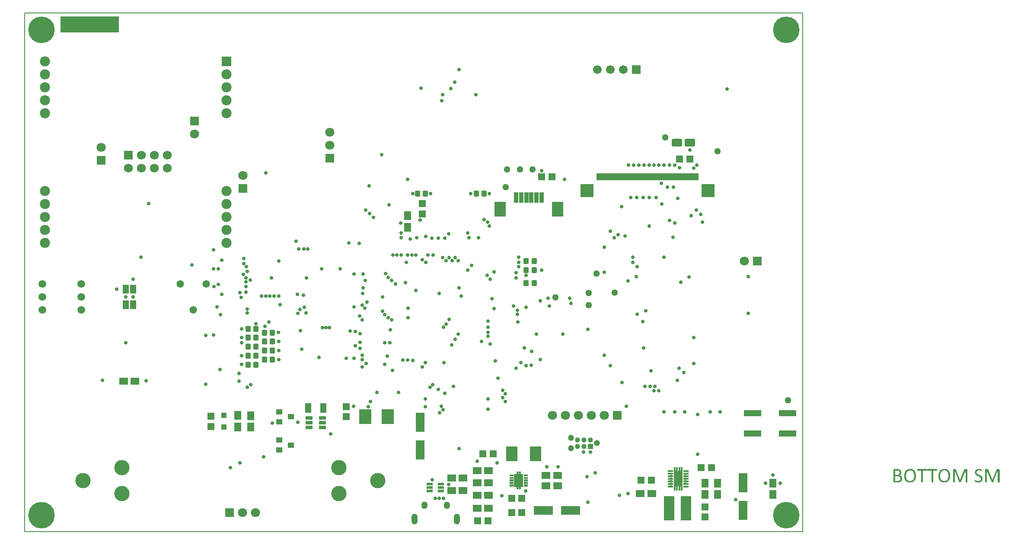
<source format=gbs>
G04*
G04 #@! TF.GenerationSoftware,Altium Limited,Altium Designer,19.0.15 (446)*
G04*
G04 Layer_Color=8421376*
%FSLAX23Y23*%
%MOIN*%
G70*
G01*
G75*
%ADD15C,0.005*%
%ADD53R,0.045X0.024*%
%ADD55R,0.058X0.030*%
%ADD56R,0.146X0.071*%
%ADD57R,0.071X0.146*%
%ADD58R,0.058X0.068*%
%ADD59R,0.068X0.058*%
%ADD60R,0.058X0.055*%
G04:AMPARAMS|DCode=67|XSize=45mil|YSize=43mil|CornerRadius=8mil|HoleSize=0mil|Usage=FLASHONLY|Rotation=90.000|XOffset=0mil|YOffset=0mil|HoleType=Round|Shape=RoundedRectangle|*
%AMROUNDEDRECTD67*
21,1,0.045,0.027,0,0,90.0*
21,1,0.029,0.043,0,0,90.0*
1,1,0.016,0.014,0.014*
1,1,0.016,0.014,-0.014*
1,1,0.016,-0.014,-0.014*
1,1,0.016,-0.014,0.014*
%
%ADD67ROUNDEDRECTD67*%
%ADD70R,0.055X0.058*%
%ADD73R,0.045X0.043*%
%ADD74R,0.045X0.043*%
%ADD93C,0.051*%
%ADD94R,0.071X0.071*%
%ADD95C,0.071*%
%ADD96C,0.047*%
%ADD97O,0.047X0.047*%
%ADD98C,0.059*%
%ADD99C,0.058*%
%ADD100C,0.118*%
%ADD101C,0.015*%
%ADD102C,0.023*%
%ADD103O,0.047X0.083*%
%ADD104O,0.049X0.057*%
%ADD105R,0.067X0.067*%
%ADD106C,0.067*%
%ADD107R,0.071X0.071*%
%ADD108C,0.078*%
%ADD109R,0.078X0.078*%
%ADD110C,0.205*%
%ADD111C,0.068*%
%ADD112R,0.068X0.068*%
%ADD113C,0.028*%
G04:AMPARAMS|DCode=172|XSize=24mil|YSize=9mil|CornerRadius=1mil|HoleSize=0mil|Usage=FLASHONLY|Rotation=180.000|XOffset=0mil|YOffset=0mil|HoleType=Round|Shape=RoundedRectangle|*
%AMROUNDEDRECTD172*
21,1,0.024,0.007,0,0,180.0*
21,1,0.021,0.009,0,0,180.0*
1,1,0.002,-0.011,0.004*
1,1,0.002,0.011,0.004*
1,1,0.002,0.011,-0.004*
1,1,0.002,-0.011,-0.004*
%
%ADD172ROUNDEDRECTD172*%
G04:AMPARAMS|DCode=173|XSize=65mil|YSize=94mil|CornerRadius=2mil|HoleSize=0mil|Usage=FLASHONLY|Rotation=180.000|XOffset=0mil|YOffset=0mil|HoleType=Round|Shape=RoundedRectangle|*
%AMROUNDEDRECTD173*
21,1,0.065,0.091,0,0,180.0*
21,1,0.062,0.094,0,0,180.0*
1,1,0.003,-0.031,0.046*
1,1,0.003,0.031,0.046*
1,1,0.003,0.031,-0.046*
1,1,0.003,-0.031,-0.046*
%
%ADD173ROUNDEDRECTD173*%
%ADD176R,0.059X0.110*%
%ADD177R,0.134X0.047*%
G04:AMPARAMS|DCode=178|XSize=79mil|YSize=60mil|CornerRadius=10mil|HoleSize=0mil|Usage=FLASHONLY|Rotation=180.000|XOffset=0mil|YOffset=0mil|HoleType=Round|Shape=RoundedRectangle|*
%AMROUNDEDRECTD178*
21,1,0.079,0.039,0,0,180.0*
21,1,0.058,0.060,0,0,180.0*
1,1,0.021,-0.029,0.019*
1,1,0.021,0.029,0.019*
1,1,0.021,0.029,-0.019*
1,1,0.021,-0.029,-0.019*
%
%ADD178ROUNDEDRECTD178*%
%ADD179R,0.051X0.067*%
%ADD180R,0.091X0.118*%
%ADD181R,0.032X0.083*%
%ADD182R,0.102X0.102*%
%ADD183R,0.020X0.055*%
%ADD184C,0.039*%
%ADD185R,0.039X0.039*%
%ADD186R,0.043X0.039*%
%ADD187R,0.049X0.076*%
%ADD188R,0.093X0.116*%
%ADD189R,0.089X0.114*%
%ADD190R,0.079X0.185*%
%ADD191R,0.039X0.017*%
G36*
X725Y3850D02*
X275D01*
Y3975D01*
X725D01*
Y3850D01*
D02*
G37*
G36*
X5073Y319D02*
X5060D01*
Y350D01*
X5055D01*
Y319D01*
X5042D01*
Y350D01*
X5037D01*
Y319D01*
X5024D01*
Y350D01*
X5019D01*
Y319D01*
X5006D01*
Y498D01*
X5019D01*
Y467D01*
X5024D01*
Y498D01*
X5037D01*
Y467D01*
X5042D01*
Y498D01*
X5055D01*
Y467D01*
X5060D01*
Y498D01*
X5073D01*
Y319D01*
D02*
G37*
G36*
X5102Y475D02*
X5102Y475D01*
X5103Y475D01*
X5103Y475D01*
X5104Y475D01*
X5104Y475D01*
X5104Y475D01*
X5105Y474D01*
X5105Y474D01*
X5105Y474D01*
X5106Y474D01*
X5106Y474D01*
X5106Y473D01*
X5107Y473D01*
X5107Y473D01*
X5107Y473D01*
X5107Y472D01*
X5108Y472D01*
X5108Y472D01*
X5108Y471D01*
X5108Y471D01*
X5108Y471D01*
X5109Y470D01*
X5109Y470D01*
X5109Y469D01*
X5109Y469D01*
X5109Y469D01*
X5109Y468D01*
X5109Y468D01*
X5109Y468D01*
X5109Y467D01*
X5109Y467D01*
X5109Y466D01*
X5109Y466D01*
X5109Y466D01*
X5109Y465D01*
X5109Y465D01*
X5108Y464D01*
X5108Y464D01*
X5108Y464D01*
X5108Y463D01*
X5108Y463D01*
X5107Y463D01*
X5107Y463D01*
X5107Y462D01*
X5107Y462D01*
X5106Y462D01*
X5106Y461D01*
X5106Y461D01*
X5105Y461D01*
X5105Y461D01*
X5105Y461D01*
X5104Y461D01*
X5104Y460D01*
X5104Y460D01*
X5103Y460D01*
X5103Y460D01*
X5102Y460D01*
X5102Y460D01*
X5102Y460D01*
X5087D01*
X5087Y460D01*
X5087Y460D01*
X5086Y460D01*
X5086Y460D01*
X5085Y460D01*
X5085Y460D01*
X5085Y461D01*
X5084Y461D01*
X5084Y461D01*
X5084Y461D01*
X5083Y461D01*
X5083Y461D01*
X5083Y462D01*
X5082Y462D01*
X5082Y462D01*
X5082Y463D01*
X5082Y463D01*
X5081Y463D01*
X5081Y463D01*
X5081Y464D01*
X5081Y464D01*
X5081Y464D01*
X5080Y465D01*
X5080Y465D01*
X5080Y466D01*
X5080Y466D01*
X5080Y466D01*
X5080Y467D01*
X5080Y467D01*
X5080Y468D01*
X5080Y468D01*
X5080Y468D01*
X5080Y469D01*
X5080Y469D01*
X5080Y469D01*
X5080Y470D01*
X5080Y470D01*
X5081Y471D01*
X5081Y471D01*
X5081Y471D01*
X5081Y472D01*
X5081Y472D01*
X5082Y472D01*
X5082Y473D01*
X5082Y473D01*
X5082Y473D01*
X5083Y473D01*
X5083Y474D01*
X5083Y474D01*
X5084Y474D01*
X5084Y474D01*
X5084Y474D01*
X5085Y475D01*
X5085Y475D01*
X5085Y475D01*
X5086Y475D01*
X5086Y475D01*
X5087Y475D01*
X5087Y475D01*
X5087Y475D01*
X5102D01*
X5102Y475D01*
D02*
G37*
G36*
X4992D02*
X4992Y475D01*
X4993Y475D01*
X4993Y475D01*
X4993Y475D01*
X4994Y475D01*
X4994Y475D01*
X4994Y474D01*
X4995Y474D01*
X4995Y474D01*
X4995Y474D01*
X4996Y474D01*
X4996Y473D01*
X4996Y473D01*
X4997Y473D01*
X4997Y473D01*
X4997Y472D01*
X4997Y472D01*
X4998Y472D01*
X4998Y471D01*
X4998Y471D01*
X4998Y471D01*
X4998Y470D01*
X4998Y470D01*
X4999Y469D01*
X4999Y469D01*
X4999Y469D01*
X4999Y468D01*
X4999Y468D01*
X4999Y468D01*
X4999Y467D01*
X4999Y467D01*
X4999Y466D01*
X4999Y466D01*
X4999Y466D01*
X4998Y465D01*
X4998Y465D01*
X4998Y464D01*
X4998Y464D01*
X4998Y464D01*
X4998Y463D01*
X4997Y463D01*
X4997Y463D01*
X4997Y463D01*
X4997Y462D01*
X4996Y462D01*
X4996Y462D01*
X4996Y461D01*
X4995Y461D01*
X4995Y461D01*
X4995Y461D01*
X4994Y461D01*
X4994Y461D01*
X4994Y460D01*
X4993Y460D01*
X4993Y460D01*
X4993Y460D01*
X4992Y460D01*
X4992Y460D01*
X4991Y460D01*
X4977D01*
X4977Y460D01*
X4976Y460D01*
X4976Y460D01*
X4976Y460D01*
X4975Y460D01*
X4975Y460D01*
X4974Y461D01*
X4974Y461D01*
X4974Y461D01*
X4973Y461D01*
X4973Y461D01*
X4973Y461D01*
X4972Y462D01*
X4972Y462D01*
X4972Y462D01*
X4972Y463D01*
X4971Y463D01*
X4971Y463D01*
X4971Y463D01*
X4971Y464D01*
X4970Y464D01*
X4970Y464D01*
X4970Y465D01*
X4970Y465D01*
X4970Y466D01*
X4970Y466D01*
X4970Y466D01*
X4970Y467D01*
X4970Y467D01*
X4970Y468D01*
X4970Y468D01*
X4970Y468D01*
X4970Y469D01*
X4970Y469D01*
X4970Y469D01*
X4970Y470D01*
X4970Y470D01*
X4970Y471D01*
X4970Y471D01*
X4971Y471D01*
X4971Y472D01*
X4971Y472D01*
X4971Y472D01*
X4972Y473D01*
X4972Y473D01*
X4972Y473D01*
X4972Y473D01*
X4973Y474D01*
X4973Y474D01*
X4973Y474D01*
X4974Y474D01*
X4974Y474D01*
X4974Y475D01*
X4975Y475D01*
X4975Y475D01*
X4976Y475D01*
X4976Y475D01*
X4976Y475D01*
X4977Y475D01*
X4977Y475D01*
X4991D01*
X4992Y475D01*
D02*
G37*
G36*
X3827Y445D02*
X3844D01*
Y345D01*
X3827D01*
Y326D01*
X3811D01*
Y345D01*
X3807D01*
Y326D01*
X3792D01*
Y345D01*
X3774D01*
Y445D01*
X3792D01*
Y465D01*
X3807D01*
Y445D01*
X3811D01*
Y465D01*
X3827D01*
Y445D01*
D02*
G37*
G36*
X5102Y455D02*
X5102Y455D01*
X5103Y455D01*
X5103Y455D01*
X5104Y455D01*
X5104Y455D01*
X5104Y455D01*
X5105Y455D01*
X5105Y454D01*
X5105Y454D01*
X5106Y454D01*
X5106Y454D01*
X5106Y454D01*
X5107Y453D01*
X5107Y453D01*
X5107Y453D01*
X5107Y453D01*
X5108Y452D01*
X5108Y452D01*
X5108Y452D01*
X5108Y451D01*
X5108Y451D01*
X5109Y451D01*
X5109Y450D01*
X5109Y450D01*
X5109Y449D01*
X5109Y449D01*
X5109Y449D01*
X5109Y448D01*
X5109Y448D01*
X5109Y447D01*
X5109Y447D01*
X5109Y447D01*
X5109Y446D01*
X5109Y446D01*
X5109Y446D01*
X5109Y445D01*
X5108Y445D01*
X5108Y444D01*
X5108Y444D01*
X5108Y444D01*
X5108Y443D01*
X5107Y443D01*
X5107Y443D01*
X5107Y443D01*
X5107Y442D01*
X5106Y442D01*
X5106Y442D01*
X5106Y442D01*
X5105Y441D01*
X5105Y441D01*
X5105Y441D01*
X5104Y441D01*
X5104Y441D01*
X5104Y441D01*
X5103Y441D01*
X5103Y440D01*
X5102Y440D01*
X5102Y440D01*
X5102Y440D01*
X5087D01*
X5087Y440D01*
X5087Y440D01*
X5086Y440D01*
X5086Y441D01*
X5085Y441D01*
X5085Y441D01*
X5085Y441D01*
X5084Y441D01*
X5084Y441D01*
X5084Y441D01*
X5083Y442D01*
X5083Y442D01*
X5083Y442D01*
X5082Y442D01*
X5082Y443D01*
X5082Y443D01*
X5082Y443D01*
X5081Y443D01*
X5081Y444D01*
X5081Y444D01*
X5081Y444D01*
X5081Y445D01*
X5080Y445D01*
X5080Y446D01*
X5080Y446D01*
X5080Y446D01*
X5080Y447D01*
X5080Y447D01*
X5080Y447D01*
X5080Y448D01*
X5080Y448D01*
X5080Y449D01*
X5080Y449D01*
X5080Y449D01*
X5080Y450D01*
X5080Y450D01*
X5080Y451D01*
X5081Y451D01*
X5081Y451D01*
X5081Y452D01*
X5081Y452D01*
X5081Y452D01*
X5082Y453D01*
X5082Y453D01*
X5082Y453D01*
X5082Y453D01*
X5083Y454D01*
X5083Y454D01*
X5083Y454D01*
X5084Y454D01*
X5084Y454D01*
X5084Y455D01*
X5085Y455D01*
X5085Y455D01*
X5085Y455D01*
X5086Y455D01*
X5086Y455D01*
X5087Y455D01*
X5087Y455D01*
X5087Y455D01*
X5102D01*
X5102Y455D01*
D02*
G37*
G36*
X4992D02*
X4992Y455D01*
X4993Y455D01*
X4993Y455D01*
X4993Y455D01*
X4994Y455D01*
X4994Y455D01*
X4994Y455D01*
X4995Y454D01*
X4995Y454D01*
X4995Y454D01*
X4996Y454D01*
X4996Y454D01*
X4996Y453D01*
X4997Y453D01*
X4997Y453D01*
X4997Y453D01*
X4997Y452D01*
X4998Y452D01*
X4998Y452D01*
X4998Y451D01*
X4998Y451D01*
X4998Y451D01*
X4998Y450D01*
X4999Y450D01*
X4999Y449D01*
X4999Y449D01*
X4999Y449D01*
X4999Y448D01*
X4999Y448D01*
X4999Y447D01*
X4999Y447D01*
X4999Y447D01*
X4999Y446D01*
X4999Y446D01*
X4998Y446D01*
X4998Y445D01*
X4998Y445D01*
X4998Y444D01*
X4998Y444D01*
X4998Y444D01*
X4997Y443D01*
X4997Y443D01*
X4997Y443D01*
X4997Y443D01*
X4996Y442D01*
X4996Y442D01*
X4996Y442D01*
X4995Y442D01*
X4995Y441D01*
X4995Y441D01*
X4994Y441D01*
X4994Y441D01*
X4994Y441D01*
X4993Y441D01*
X4993Y441D01*
X4993Y440D01*
X4992Y440D01*
X4992Y440D01*
X4991Y440D01*
X4977D01*
X4977Y440D01*
X4976Y440D01*
X4976Y440D01*
X4976Y441D01*
X4975Y441D01*
X4975Y441D01*
X4974Y441D01*
X4974Y441D01*
X4974Y441D01*
X4973Y441D01*
X4973Y442D01*
X4973Y442D01*
X4972Y442D01*
X4972Y442D01*
X4972Y443D01*
X4972Y443D01*
X4971Y443D01*
X4971Y443D01*
X4971Y444D01*
X4971Y444D01*
X4970Y444D01*
X4970Y445D01*
X4970Y445D01*
X4970Y446D01*
X4970Y446D01*
X4970Y446D01*
X4970Y447D01*
X4970Y447D01*
X4970Y447D01*
X4970Y448D01*
X4970Y448D01*
X4970Y449D01*
X4970Y449D01*
X4970Y449D01*
X4970Y450D01*
X4970Y450D01*
X4970Y451D01*
X4970Y451D01*
X4970Y451D01*
X4971Y452D01*
X4971Y452D01*
X4971Y452D01*
X4971Y453D01*
X4972Y453D01*
X4972Y453D01*
X4972Y453D01*
X4972Y454D01*
X4973Y454D01*
X4973Y454D01*
X4973Y454D01*
X4974Y454D01*
X4974Y455D01*
X4974Y455D01*
X4975Y455D01*
X4975Y455D01*
X4976Y455D01*
X4976Y455D01*
X4976Y455D01*
X4977Y455D01*
X4977Y455D01*
X4991D01*
X4992Y455D01*
D02*
G37*
G36*
X3879Y427D02*
X3850D01*
Y442D01*
X3879D01*
Y427D01*
D02*
G37*
G36*
X3769D02*
X3739D01*
Y442D01*
X3769D01*
Y427D01*
D02*
G37*
G36*
X5102Y436D02*
X5102Y436D01*
X5103Y436D01*
X5103Y435D01*
X5104Y435D01*
X5104Y435D01*
X5104Y435D01*
X5105Y435D01*
X5105Y435D01*
X5105Y435D01*
X5106Y434D01*
X5106Y434D01*
X5106Y434D01*
X5107Y434D01*
X5107Y433D01*
X5107Y433D01*
X5107Y433D01*
X5108Y433D01*
X5108Y432D01*
X5108Y432D01*
X5108Y432D01*
X5108Y431D01*
X5109Y431D01*
X5109Y430D01*
X5109Y430D01*
X5109Y430D01*
X5109Y429D01*
X5109Y429D01*
X5109Y429D01*
X5109Y428D01*
X5109Y428D01*
X5109Y427D01*
X5109Y427D01*
X5109Y427D01*
X5109Y426D01*
X5109Y426D01*
X5109Y425D01*
X5108Y425D01*
X5108Y425D01*
X5108Y424D01*
X5108Y424D01*
X5108Y424D01*
X5107Y423D01*
X5107Y423D01*
X5107Y423D01*
X5107Y423D01*
X5106Y422D01*
X5106Y422D01*
X5106Y422D01*
X5105Y422D01*
X5105Y421D01*
X5105Y421D01*
X5104Y421D01*
X5104Y421D01*
X5104Y421D01*
X5103Y421D01*
X5103Y421D01*
X5102Y421D01*
X5102Y421D01*
X5102Y421D01*
X5087D01*
X5087Y421D01*
X5087Y421D01*
X5086Y421D01*
X5086Y421D01*
X5085Y421D01*
X5085Y421D01*
X5085Y421D01*
X5084Y421D01*
X5084Y421D01*
X5084Y422D01*
X5083Y422D01*
X5083Y422D01*
X5083Y422D01*
X5082Y423D01*
X5082Y423D01*
X5082Y423D01*
X5082Y423D01*
X5081Y424D01*
X5081Y424D01*
X5081Y424D01*
X5081Y425D01*
X5081Y425D01*
X5080Y425D01*
X5080Y426D01*
X5080Y426D01*
X5080Y427D01*
X5080Y427D01*
X5080Y427D01*
X5080Y428D01*
X5080Y428D01*
X5080Y429D01*
X5080Y429D01*
X5080Y429D01*
X5080Y430D01*
X5080Y430D01*
X5080Y430D01*
X5080Y431D01*
X5081Y431D01*
X5081Y432D01*
X5081Y432D01*
X5081Y432D01*
X5081Y433D01*
X5082Y433D01*
X5082Y433D01*
X5082Y433D01*
X5082Y434D01*
X5083Y434D01*
X5083Y434D01*
X5083Y434D01*
X5084Y435D01*
X5084Y435D01*
X5084Y435D01*
X5085Y435D01*
X5085Y435D01*
X5085Y435D01*
X5086Y435D01*
X5086Y436D01*
X5087Y436D01*
X5087Y436D01*
X5087Y436D01*
X5102D01*
X5102Y436D01*
D02*
G37*
G36*
X4992D02*
X4992Y436D01*
X4993Y436D01*
X4993Y435D01*
X4993Y435D01*
X4994Y435D01*
X4994Y435D01*
X4994Y435D01*
X4995Y435D01*
X4995Y435D01*
X4995Y434D01*
X4996Y434D01*
X4996Y434D01*
X4996Y434D01*
X4997Y433D01*
X4997Y433D01*
X4997Y433D01*
X4997Y433D01*
X4998Y432D01*
X4998Y432D01*
X4998Y432D01*
X4998Y431D01*
X4998Y431D01*
X4998Y430D01*
X4999Y430D01*
X4999Y430D01*
X4999Y429D01*
X4999Y429D01*
X4999Y429D01*
X4999Y428D01*
X4999Y428D01*
X4999Y427D01*
X4999Y427D01*
X4999Y427D01*
X4999Y426D01*
X4998Y426D01*
X4998Y425D01*
X4998Y425D01*
X4998Y425D01*
X4998Y424D01*
X4998Y424D01*
X4997Y424D01*
X4997Y423D01*
X4997Y423D01*
X4997Y423D01*
X4996Y423D01*
X4996Y422D01*
X4996Y422D01*
X4995Y422D01*
X4995Y422D01*
X4995Y421D01*
X4994Y421D01*
X4994Y421D01*
X4994Y421D01*
X4993Y421D01*
X4993Y421D01*
X4993Y421D01*
X4992Y421D01*
X4992Y421D01*
X4991Y421D01*
X4977D01*
X4977Y421D01*
X4976Y421D01*
X4976Y421D01*
X4976Y421D01*
X4975Y421D01*
X4975Y421D01*
X4974Y421D01*
X4974Y421D01*
X4974Y421D01*
X4973Y422D01*
X4973Y422D01*
X4973Y422D01*
X4972Y422D01*
X4972Y423D01*
X4972Y423D01*
X4972Y423D01*
X4971Y423D01*
X4971Y424D01*
X4971Y424D01*
X4971Y424D01*
X4970Y425D01*
X4970Y425D01*
X4970Y425D01*
X4970Y426D01*
X4970Y426D01*
X4970Y427D01*
X4970Y427D01*
X4970Y427D01*
X4970Y428D01*
X4970Y428D01*
X4970Y429D01*
X4970Y429D01*
X4970Y429D01*
X4970Y430D01*
X4970Y430D01*
X4970Y430D01*
X4970Y431D01*
X4970Y431D01*
X4970Y432D01*
X4971Y432D01*
X4971Y432D01*
X4971Y433D01*
X4971Y433D01*
X4972Y433D01*
X4972Y433D01*
X4972Y434D01*
X4972Y434D01*
X4973Y434D01*
X4973Y434D01*
X4973Y435D01*
X4974Y435D01*
X4974Y435D01*
X4974Y435D01*
X4975Y435D01*
X4975Y435D01*
X4976Y435D01*
X4976Y436D01*
X4976Y436D01*
X4977Y436D01*
X4977Y436D01*
X4991D01*
X4992Y436D01*
D02*
G37*
G36*
X3879Y407D02*
X3850D01*
Y422D01*
X3879D01*
Y407D01*
D02*
G37*
G36*
X3769D02*
X3739D01*
Y422D01*
X3769D01*
Y407D01*
D02*
G37*
G36*
X5102Y416D02*
X5102Y416D01*
X5103Y416D01*
X5103Y416D01*
X5104Y416D01*
X5104Y416D01*
X5104Y415D01*
X5105Y415D01*
X5105Y415D01*
X5105Y415D01*
X5106Y415D01*
X5106Y415D01*
X5106Y414D01*
X5107Y414D01*
X5107Y414D01*
X5107Y413D01*
X5107Y413D01*
X5108Y413D01*
X5108Y413D01*
X5108Y412D01*
X5108Y412D01*
X5108Y412D01*
X5109Y411D01*
X5109Y411D01*
X5109Y410D01*
X5109Y410D01*
X5109Y410D01*
X5109Y409D01*
X5109Y409D01*
X5109Y408D01*
X5109Y408D01*
X5109Y408D01*
X5109Y407D01*
X5109Y407D01*
X5109Y407D01*
X5109Y406D01*
X5109Y406D01*
X5108Y405D01*
X5108Y405D01*
X5108Y405D01*
X5108Y404D01*
X5108Y404D01*
X5107Y404D01*
X5107Y403D01*
X5107Y403D01*
X5107Y403D01*
X5106Y403D01*
X5106Y402D01*
X5106Y402D01*
X5105Y402D01*
X5105Y402D01*
X5105Y402D01*
X5104Y401D01*
X5104Y401D01*
X5104Y401D01*
X5103Y401D01*
X5103Y401D01*
X5102Y401D01*
X5102Y401D01*
X5102Y401D01*
X5087D01*
X5087Y401D01*
X5087Y401D01*
X5086Y401D01*
X5086Y401D01*
X5085Y401D01*
X5085Y401D01*
X5085Y401D01*
X5084Y402D01*
X5084Y402D01*
X5084Y402D01*
X5083Y402D01*
X5083Y402D01*
X5083Y403D01*
X5082Y403D01*
X5082Y403D01*
X5082Y403D01*
X5082Y404D01*
X5081Y404D01*
X5081Y404D01*
X5081Y405D01*
X5081Y405D01*
X5081Y405D01*
X5080Y406D01*
X5080Y406D01*
X5080Y407D01*
X5080Y407D01*
X5080Y407D01*
X5080Y408D01*
X5080Y408D01*
X5080Y408D01*
X5080Y409D01*
X5080Y409D01*
X5080Y410D01*
X5080Y410D01*
X5080Y410D01*
X5080Y411D01*
X5080Y411D01*
X5081Y412D01*
X5081Y412D01*
X5081Y412D01*
X5081Y413D01*
X5081Y413D01*
X5082Y413D01*
X5082Y413D01*
X5082Y414D01*
X5082Y414D01*
X5083Y414D01*
X5083Y415D01*
X5083Y415D01*
X5084Y415D01*
X5084Y415D01*
X5084Y415D01*
X5085Y415D01*
X5085Y416D01*
X5085Y416D01*
X5086Y416D01*
X5086Y416D01*
X5087Y416D01*
X5087Y416D01*
X5087Y416D01*
X5102D01*
X5102Y416D01*
D02*
G37*
G36*
X4992D02*
X4992Y416D01*
X4993Y416D01*
X4993Y416D01*
X4993Y416D01*
X4994Y416D01*
X4994Y415D01*
X4994Y415D01*
X4995Y415D01*
X4995Y415D01*
X4995Y415D01*
X4996Y415D01*
X4996Y414D01*
X4996Y414D01*
X4997Y414D01*
X4997Y413D01*
X4997Y413D01*
X4997Y413D01*
X4998Y413D01*
X4998Y412D01*
X4998Y412D01*
X4998Y412D01*
X4998Y411D01*
X4998Y411D01*
X4999Y410D01*
X4999Y410D01*
X4999Y410D01*
X4999Y409D01*
X4999Y409D01*
X4999Y408D01*
X4999Y408D01*
X4999Y408D01*
X4999Y407D01*
X4999Y407D01*
X4999Y407D01*
X4998Y406D01*
X4998Y406D01*
X4998Y405D01*
X4998Y405D01*
X4998Y405D01*
X4998Y404D01*
X4997Y404D01*
X4997Y404D01*
X4997Y403D01*
X4997Y403D01*
X4996Y403D01*
X4996Y403D01*
X4996Y402D01*
X4995Y402D01*
X4995Y402D01*
X4995Y402D01*
X4994Y402D01*
X4994Y401D01*
X4994Y401D01*
X4993Y401D01*
X4993Y401D01*
X4993Y401D01*
X4992Y401D01*
X4992Y401D01*
X4991Y401D01*
X4977D01*
X4977Y401D01*
X4976Y401D01*
X4976Y401D01*
X4976Y401D01*
X4975Y401D01*
X4975Y401D01*
X4974Y401D01*
X4974Y402D01*
X4974Y402D01*
X4973Y402D01*
X4973Y402D01*
X4973Y402D01*
X4972Y403D01*
X4972Y403D01*
X4972Y403D01*
X4972Y403D01*
X4971Y404D01*
X4971Y404D01*
X4971Y404D01*
X4971Y405D01*
X4970Y405D01*
X4970Y405D01*
X4970Y406D01*
X4970Y406D01*
X4970Y407D01*
X4970Y407D01*
X4970Y407D01*
X4970Y408D01*
X4970Y408D01*
X4970Y408D01*
X4970Y409D01*
X4970Y409D01*
X4970Y410D01*
X4970Y410D01*
X4970Y410D01*
X4970Y411D01*
X4970Y411D01*
X4970Y412D01*
X4970Y412D01*
X4971Y412D01*
X4971Y413D01*
X4971Y413D01*
X4971Y413D01*
X4972Y413D01*
X4972Y414D01*
X4972Y414D01*
X4972Y414D01*
X4973Y415D01*
X4973Y415D01*
X4973Y415D01*
X4974Y415D01*
X4974Y415D01*
X4974Y415D01*
X4975Y416D01*
X4975Y416D01*
X4976Y416D01*
X4976Y416D01*
X4976Y416D01*
X4977Y416D01*
X4977Y416D01*
X4991D01*
X4992Y416D01*
D02*
G37*
G36*
X3879Y388D02*
X3850D01*
Y403D01*
X3879D01*
Y388D01*
D02*
G37*
G36*
X3769D02*
X3739D01*
Y403D01*
X3769D01*
Y388D01*
D02*
G37*
G36*
X5102Y396D02*
X5102Y396D01*
X5103Y396D01*
X5103Y396D01*
X5104Y396D01*
X5104Y396D01*
X5104Y396D01*
X5105Y396D01*
X5105Y395D01*
X5105Y395D01*
X5106Y395D01*
X5106Y395D01*
X5106Y395D01*
X5107Y394D01*
X5107Y394D01*
X5107Y394D01*
X5107Y393D01*
X5108Y393D01*
X5108Y393D01*
X5108Y393D01*
X5108Y392D01*
X5108Y392D01*
X5109Y391D01*
X5109Y391D01*
X5109Y391D01*
X5109Y390D01*
X5109Y390D01*
X5109Y390D01*
X5109Y389D01*
X5109Y389D01*
X5109Y388D01*
X5109Y388D01*
X5109Y388D01*
X5109Y387D01*
X5109Y387D01*
X5109Y386D01*
X5109Y386D01*
X5108Y386D01*
X5108Y385D01*
X5108Y385D01*
X5108Y385D01*
X5108Y384D01*
X5107Y384D01*
X5107Y384D01*
X5107Y383D01*
X5107Y383D01*
X5106Y383D01*
X5106Y383D01*
X5106Y383D01*
X5105Y382D01*
X5105Y382D01*
X5105Y382D01*
X5104Y382D01*
X5104Y382D01*
X5104Y382D01*
X5103Y381D01*
X5103Y381D01*
X5102Y381D01*
X5102Y381D01*
X5102Y381D01*
X5087D01*
X5087Y381D01*
X5087Y381D01*
X5086Y381D01*
X5086Y381D01*
X5085Y382D01*
X5085Y382D01*
X5085Y382D01*
X5084Y382D01*
X5084Y382D01*
X5084Y382D01*
X5083Y383D01*
X5083Y383D01*
X5083Y383D01*
X5082Y383D01*
X5082Y383D01*
X5082Y384D01*
X5082Y384D01*
X5081Y384D01*
X5081Y385D01*
X5081Y385D01*
X5081Y385D01*
X5081Y386D01*
X5080Y386D01*
X5080Y386D01*
X5080Y387D01*
X5080Y387D01*
X5080Y388D01*
X5080Y388D01*
X5080Y388D01*
X5080Y389D01*
X5080Y389D01*
X5080Y390D01*
X5080Y390D01*
X5080Y390D01*
X5080Y391D01*
X5080Y391D01*
X5080Y391D01*
X5081Y392D01*
X5081Y392D01*
X5081Y393D01*
X5081Y393D01*
X5081Y393D01*
X5082Y393D01*
X5082Y394D01*
X5082Y394D01*
X5082Y394D01*
X5083Y395D01*
X5083Y395D01*
X5083Y395D01*
X5084Y395D01*
X5084Y395D01*
X5084Y396D01*
X5085Y396D01*
X5085Y396D01*
X5085Y396D01*
X5086Y396D01*
X5086Y396D01*
X5087Y396D01*
X5087Y396D01*
X5087Y396D01*
X5102D01*
X5102Y396D01*
D02*
G37*
G36*
X4992D02*
X4992Y396D01*
X4993Y396D01*
X4993Y396D01*
X4993Y396D01*
X4994Y396D01*
X4994Y396D01*
X4994Y396D01*
X4995Y395D01*
X4995Y395D01*
X4995Y395D01*
X4996Y395D01*
X4996Y395D01*
X4996Y394D01*
X4997Y394D01*
X4997Y394D01*
X4997Y393D01*
X4997Y393D01*
X4998Y393D01*
X4998Y393D01*
X4998Y392D01*
X4998Y392D01*
X4998Y391D01*
X4998Y391D01*
X4999Y391D01*
X4999Y390D01*
X4999Y390D01*
X4999Y390D01*
X4999Y389D01*
X4999Y389D01*
X4999Y388D01*
X4999Y388D01*
X4999Y388D01*
X4999Y387D01*
X4999Y387D01*
X4998Y386D01*
X4998Y386D01*
X4998Y386D01*
X4998Y385D01*
X4998Y385D01*
X4998Y385D01*
X4997Y384D01*
X4997Y384D01*
X4997Y384D01*
X4997Y383D01*
X4996Y383D01*
X4996Y383D01*
X4996Y383D01*
X4995Y383D01*
X4995Y382D01*
X4995Y382D01*
X4994Y382D01*
X4994Y382D01*
X4994Y382D01*
X4993Y382D01*
X4993Y381D01*
X4993Y381D01*
X4992Y381D01*
X4992Y381D01*
X4991Y381D01*
X4977D01*
X4977Y381D01*
X4976Y381D01*
X4976Y381D01*
X4976Y381D01*
X4975Y382D01*
X4975Y382D01*
X4974Y382D01*
X4974Y382D01*
X4974Y382D01*
X4973Y382D01*
X4973Y383D01*
X4973Y383D01*
X4972Y383D01*
X4972Y383D01*
X4972Y383D01*
X4972Y384D01*
X4971Y384D01*
X4971Y384D01*
X4971Y385D01*
X4971Y385D01*
X4970Y385D01*
X4970Y386D01*
X4970Y386D01*
X4970Y386D01*
X4970Y387D01*
X4970Y387D01*
X4970Y388D01*
X4970Y388D01*
X4970Y388D01*
X4970Y389D01*
X4970Y389D01*
X4970Y390D01*
X4970Y390D01*
X4970Y390D01*
X4970Y391D01*
X4970Y391D01*
X4970Y391D01*
X4970Y392D01*
X4970Y392D01*
X4971Y393D01*
X4971Y393D01*
X4971Y393D01*
X4971Y393D01*
X4972Y394D01*
X4972Y394D01*
X4972Y394D01*
X4972Y395D01*
X4973Y395D01*
X4973Y395D01*
X4973Y395D01*
X4974Y395D01*
X4974Y396D01*
X4974Y396D01*
X4975Y396D01*
X4975Y396D01*
X4976Y396D01*
X4976Y396D01*
X4976Y396D01*
X4977Y396D01*
X4977Y396D01*
X4991D01*
X4992Y396D01*
D02*
G37*
G36*
X3879Y368D02*
X3850D01*
Y383D01*
X3879D01*
Y368D01*
D02*
G37*
G36*
X3769D02*
X3739D01*
Y383D01*
X3769D01*
Y368D01*
D02*
G37*
G36*
X5102Y377D02*
X5102Y377D01*
X5103Y376D01*
X5103Y376D01*
X5104Y376D01*
X5104Y376D01*
X5104Y376D01*
X5105Y376D01*
X5105Y376D01*
X5105Y376D01*
X5106Y375D01*
X5106Y375D01*
X5106Y375D01*
X5107Y375D01*
X5107Y374D01*
X5107Y374D01*
X5107Y374D01*
X5108Y373D01*
X5108Y373D01*
X5108Y373D01*
X5108Y372D01*
X5108Y372D01*
X5109Y372D01*
X5109Y371D01*
X5109Y371D01*
X5109Y371D01*
X5109Y370D01*
X5109Y370D01*
X5109Y369D01*
X5109Y369D01*
X5109Y369D01*
X5109Y368D01*
X5109Y368D01*
X5109Y368D01*
X5109Y367D01*
X5109Y367D01*
X5109Y366D01*
X5108Y366D01*
X5108Y366D01*
X5108Y365D01*
X5108Y365D01*
X5108Y365D01*
X5107Y364D01*
X5107Y364D01*
X5107Y364D01*
X5107Y364D01*
X5106Y363D01*
X5106Y363D01*
X5106Y363D01*
X5105Y363D01*
X5105Y362D01*
X5105Y362D01*
X5104Y362D01*
X5104Y362D01*
X5104Y362D01*
X5103Y362D01*
X5103Y362D01*
X5102Y362D01*
X5102Y362D01*
X5102Y362D01*
X5087D01*
X5087Y362D01*
X5087Y362D01*
X5086Y362D01*
X5086Y362D01*
X5085Y362D01*
X5085Y362D01*
X5085Y362D01*
X5084Y362D01*
X5084Y362D01*
X5084Y363D01*
X5083Y363D01*
X5083Y363D01*
X5083Y363D01*
X5082Y364D01*
X5082Y364D01*
X5082Y364D01*
X5082Y364D01*
X5081Y365D01*
X5081Y365D01*
X5081Y365D01*
X5081Y366D01*
X5081Y366D01*
X5080Y366D01*
X5080Y367D01*
X5080Y367D01*
X5080Y368D01*
X5080Y368D01*
X5080Y368D01*
X5080Y369D01*
X5080Y369D01*
X5080Y369D01*
X5080Y370D01*
X5080Y370D01*
X5080Y371D01*
X5080Y371D01*
X5080Y371D01*
X5080Y372D01*
X5081Y372D01*
X5081Y372D01*
X5081Y373D01*
X5081Y373D01*
X5081Y373D01*
X5082Y374D01*
X5082Y374D01*
X5082Y374D01*
X5082Y375D01*
X5083Y375D01*
X5083Y375D01*
X5083Y375D01*
X5084Y376D01*
X5084Y376D01*
X5084Y376D01*
X5085Y376D01*
X5085Y376D01*
X5085Y376D01*
X5086Y376D01*
X5086Y376D01*
X5087Y377D01*
X5087Y377D01*
X5087Y377D01*
X5102D01*
X5102Y377D01*
D02*
G37*
G36*
X4992D02*
X4992Y377D01*
X4993Y376D01*
X4993Y376D01*
X4993Y376D01*
X4994Y376D01*
X4994Y376D01*
X4994Y376D01*
X4995Y376D01*
X4995Y376D01*
X4995Y375D01*
X4996Y375D01*
X4996Y375D01*
X4996Y375D01*
X4997Y374D01*
X4997Y374D01*
X4997Y374D01*
X4997Y373D01*
X4998Y373D01*
X4998Y373D01*
X4998Y372D01*
X4998Y372D01*
X4998Y372D01*
X4998Y371D01*
X4999Y371D01*
X4999Y371D01*
X4999Y370D01*
X4999Y370D01*
X4999Y369D01*
X4999Y369D01*
X4999Y369D01*
X4999Y368D01*
X4999Y368D01*
X4999Y368D01*
X4999Y367D01*
X4998Y367D01*
X4998Y366D01*
X4998Y366D01*
X4998Y366D01*
X4998Y365D01*
X4998Y365D01*
X4997Y365D01*
X4997Y364D01*
X4997Y364D01*
X4997Y364D01*
X4996Y364D01*
X4996Y363D01*
X4996Y363D01*
X4995Y363D01*
X4995Y363D01*
X4995Y362D01*
X4994Y362D01*
X4994Y362D01*
X4994Y362D01*
X4993Y362D01*
X4993Y362D01*
X4993Y362D01*
X4992Y362D01*
X4992Y362D01*
X4991Y362D01*
X4977D01*
X4977Y362D01*
X4976Y362D01*
X4976Y362D01*
X4976Y362D01*
X4975Y362D01*
X4975Y362D01*
X4974Y362D01*
X4974Y362D01*
X4974Y362D01*
X4973Y363D01*
X4973Y363D01*
X4973Y363D01*
X4972Y363D01*
X4972Y364D01*
X4972Y364D01*
X4972Y364D01*
X4971Y364D01*
X4971Y365D01*
X4971Y365D01*
X4971Y365D01*
X4970Y366D01*
X4970Y366D01*
X4970Y366D01*
X4970Y367D01*
X4970Y367D01*
X4970Y368D01*
X4970Y368D01*
X4970Y368D01*
X4970Y369D01*
X4970Y369D01*
X4970Y369D01*
X4970Y370D01*
X4970Y370D01*
X4970Y371D01*
X4970Y371D01*
X4970Y371D01*
X4970Y372D01*
X4970Y372D01*
X4970Y372D01*
X4971Y373D01*
X4971Y373D01*
X4971Y373D01*
X4971Y374D01*
X4972Y374D01*
X4972Y374D01*
X4972Y375D01*
X4972Y375D01*
X4973Y375D01*
X4973Y375D01*
X4973Y376D01*
X4974Y376D01*
X4974Y376D01*
X4974Y376D01*
X4975Y376D01*
X4975Y376D01*
X4976Y376D01*
X4976Y376D01*
X4976Y377D01*
X4977Y377D01*
X4977Y377D01*
X4991D01*
X4992Y377D01*
D02*
G37*
G36*
X3879Y348D02*
X3850D01*
Y363D01*
X3879D01*
Y348D01*
D02*
G37*
G36*
X3769D02*
X3739D01*
Y363D01*
X3769D01*
Y348D01*
D02*
G37*
G36*
X4992Y357D02*
X4992Y357D01*
X4993Y357D01*
X4993Y357D01*
X4993Y357D01*
X4994Y357D01*
X4994Y356D01*
X4994Y356D01*
X4995Y356D01*
X4995Y356D01*
X4995Y356D01*
X4996Y355D01*
X4996Y355D01*
X4996Y355D01*
X4997Y355D01*
X4997Y354D01*
X4997Y354D01*
X4997Y354D01*
X4998Y353D01*
X4998Y353D01*
X4998Y353D01*
X4998Y352D01*
X4998Y352D01*
X4998Y352D01*
X4999Y351D01*
X4999Y351D01*
X4999Y351D01*
X4999Y350D01*
X4999Y350D01*
X4999Y349D01*
X4999Y349D01*
X4999Y349D01*
X4999Y348D01*
X4999Y348D01*
X4999Y347D01*
X4998Y347D01*
X4998Y347D01*
X4998Y346D01*
X4998Y346D01*
X4998Y346D01*
X4998Y345D01*
X4997Y345D01*
X4997Y345D01*
X4997Y344D01*
X4997Y344D01*
X4996Y344D01*
X4996Y344D01*
X4996Y343D01*
X4995Y343D01*
X4995Y343D01*
X4995Y343D01*
X4994Y343D01*
X4994Y342D01*
X4994Y342D01*
X4993Y342D01*
X4993Y342D01*
X4993Y342D01*
X4992Y342D01*
X4992Y342D01*
X4991Y342D01*
X4977D01*
X4977Y342D01*
X4976Y342D01*
X4976Y342D01*
X4976Y342D01*
X4975Y342D01*
X4975Y342D01*
X4974Y342D01*
X4974Y343D01*
X4974Y343D01*
X4973Y343D01*
X4973Y343D01*
X4973Y343D01*
X4972Y344D01*
X4972Y344D01*
X4972Y344D01*
X4972Y344D01*
X4971Y345D01*
X4971Y345D01*
X4971Y345D01*
X4971Y346D01*
X4970Y346D01*
X4970Y346D01*
X4970Y347D01*
X4970Y347D01*
X4970Y347D01*
X4970Y348D01*
X4970Y348D01*
X4970Y349D01*
X4970Y349D01*
X4970Y349D01*
X4970Y350D01*
X4970Y350D01*
X4970Y351D01*
X4970Y351D01*
X4970Y351D01*
X4970Y352D01*
X4970Y352D01*
X4970Y352D01*
X4970Y353D01*
X4971Y353D01*
X4971Y353D01*
X4971Y354D01*
X4971Y354D01*
X4972Y354D01*
X4972Y355D01*
X4972Y355D01*
X4972Y355D01*
X4973Y355D01*
X4973Y356D01*
X4973Y356D01*
X4974Y356D01*
X4974Y356D01*
X4974Y356D01*
X4975Y357D01*
X4975Y357D01*
X4976Y357D01*
X4976Y357D01*
X4976Y357D01*
X4977Y357D01*
X4977Y357D01*
X4991D01*
X4992Y357D01*
D02*
G37*
G36*
X7362Y484D02*
X7365Y484D01*
X7365D01*
X7365Y484D01*
X7366D01*
X7367Y484D01*
X7369Y483D01*
X7371Y482D01*
X7371D01*
X7372Y482D01*
X7372Y482D01*
X7373Y482D01*
X7375Y481D01*
X7377Y480D01*
X7377D01*
X7377Y480D01*
X7378Y480D01*
X7379Y479D01*
X7380Y478D01*
X7380Y478D01*
X7380Y478D01*
X7381Y477D01*
X7381Y477D01*
X7381Y477D01*
X7381Y476D01*
Y476D01*
X7381Y475D01*
Y474D01*
Y474D01*
X7382Y474D01*
Y473D01*
Y472D01*
Y472D01*
Y471D01*
Y470D01*
X7381Y469D01*
Y469D01*
X7381Y469D01*
X7381Y467D01*
Y467D01*
X7381Y467D01*
X7380Y466D01*
X7380D01*
X7379Y466D01*
X7379D01*
X7379Y466D01*
X7378Y467D01*
X7377Y467D01*
X7376Y467D01*
X7375Y468D01*
X7374Y469D01*
X7372Y469D01*
X7372D01*
X7372Y470D01*
X7371Y470D01*
X7370Y470D01*
X7368Y471D01*
X7366Y472D01*
X7366D01*
X7365Y472D01*
X7364Y472D01*
X7364Y473D01*
X7362Y473D01*
X7361Y473D01*
X7358Y473D01*
X7356D01*
X7355Y473D01*
X7353Y473D01*
X7350Y472D01*
X7350D01*
X7350Y472D01*
X7349Y472D01*
X7348Y471D01*
X7347Y470D01*
X7345Y469D01*
X7345Y469D01*
X7344Y468D01*
X7343Y466D01*
X7342Y465D01*
Y464D01*
X7342Y464D01*
X7342Y464D01*
Y463D01*
X7341Y461D01*
X7341Y459D01*
Y459D01*
Y458D01*
X7341Y458D01*
Y457D01*
X7342Y454D01*
X7343Y452D01*
X7343Y452D01*
X7343Y451D01*
X7344Y451D01*
X7344Y450D01*
X7346Y448D01*
X7348Y446D01*
X7348Y446D01*
X7349Y446D01*
X7350Y445D01*
X7350Y445D01*
X7352Y444D01*
X7353Y443D01*
X7356Y442D01*
X7356D01*
X7356Y442D01*
X7357Y441D01*
X7358Y441D01*
X7360Y440D01*
X7361Y440D01*
X7364Y438D01*
X7364D01*
X7365Y438D01*
X7366Y437D01*
X7367Y437D01*
X7368Y436D01*
X7370Y435D01*
X7373Y434D01*
X7373Y433D01*
X7373Y433D01*
X7374Y433D01*
X7375Y432D01*
X7378Y430D01*
X7380Y428D01*
X7380Y428D01*
X7381Y427D01*
X7381Y427D01*
X7382Y426D01*
X7383Y425D01*
X7384Y423D01*
X7385Y420D01*
X7386Y420D01*
X7386Y420D01*
X7386Y419D01*
X7387Y417D01*
X7387Y416D01*
X7387Y414D01*
X7387Y412D01*
Y410D01*
Y409D01*
Y408D01*
X7387Y407D01*
X7387Y406D01*
X7387Y404D01*
X7386Y401D01*
X7386Y399D01*
X7385Y397D01*
X7385Y397D01*
X7384Y396D01*
X7384Y395D01*
X7383Y394D01*
X7382Y392D01*
X7381Y391D01*
X7379Y389D01*
X7377Y387D01*
X7377Y387D01*
X7377Y387D01*
X7376Y386D01*
X7374Y385D01*
X7373Y384D01*
X7371Y383D01*
X7369Y383D01*
X7366Y382D01*
X7366D01*
X7365Y381D01*
X7364Y381D01*
X7362Y381D01*
X7360Y380D01*
X7358Y380D01*
X7355Y380D01*
X7351D01*
X7350Y380D01*
X7348D01*
X7346Y380D01*
X7343Y381D01*
X7343D01*
X7342Y381D01*
X7342Y381D01*
X7341Y381D01*
X7338Y382D01*
X7335Y383D01*
X7335D01*
X7335Y383D01*
X7334Y383D01*
X7333Y383D01*
X7332Y384D01*
X7330Y385D01*
X7330D01*
X7329Y385D01*
X7328Y386D01*
X7327Y387D01*
X7326Y388D01*
X7326Y388D01*
X7326Y388D01*
X7325Y389D01*
X7325Y390D01*
Y390D01*
X7325Y391D01*
X7325Y392D01*
Y394D01*
Y394D01*
Y395D01*
Y396D01*
Y397D01*
Y397D01*
X7325Y398D01*
X7325Y398D01*
X7325Y399D01*
Y399D01*
X7325Y399D01*
X7326Y400D01*
X7326D01*
X7326Y400D01*
X7327Y400D01*
X7327D01*
X7328Y400D01*
X7329Y400D01*
X7330Y399D01*
X7330D01*
X7331Y398D01*
X7332Y398D01*
X7333Y397D01*
X7335Y396D01*
X7336D01*
X7336Y396D01*
X7337Y395D01*
X7338Y395D01*
X7339Y394D01*
X7340Y394D01*
X7343Y393D01*
X7343D01*
X7344Y393D01*
X7345Y392D01*
X7346Y392D01*
X7348Y392D01*
X7349Y392D01*
X7351Y392D01*
X7355D01*
X7356Y392D01*
X7359Y392D01*
X7361Y393D01*
X7362D01*
X7362Y393D01*
X7363Y393D01*
X7364Y394D01*
X7366Y394D01*
X7368Y396D01*
X7368Y396D01*
X7368Y396D01*
X7369Y397D01*
X7370Y399D01*
X7372Y401D01*
Y401D01*
X7372Y402D01*
X7372Y402D01*
X7372Y403D01*
X7373Y404D01*
X7373Y406D01*
X7373Y408D01*
Y408D01*
Y409D01*
X7373Y410D01*
Y411D01*
X7372Y413D01*
X7372Y414D01*
X7371Y416D01*
Y416D01*
X7371Y416D01*
X7370Y417D01*
X7370Y418D01*
X7368Y419D01*
X7366Y421D01*
X7366Y421D01*
X7365Y421D01*
X7365Y422D01*
X7364Y422D01*
X7363Y423D01*
X7362Y424D01*
X7359Y425D01*
X7358Y425D01*
X7358Y426D01*
X7357Y426D01*
X7356Y426D01*
X7355Y427D01*
X7353Y428D01*
X7350Y429D01*
X7350Y429D01*
X7349Y430D01*
X7349Y430D01*
X7348Y430D01*
X7346Y431D01*
X7345Y432D01*
X7342Y434D01*
X7342Y434D01*
X7341Y434D01*
X7340Y435D01*
X7339Y435D01*
X7337Y437D01*
X7334Y439D01*
X7334Y440D01*
X7334Y440D01*
X7333Y441D01*
X7333Y442D01*
X7332Y443D01*
X7331Y444D01*
X7329Y447D01*
Y447D01*
X7329Y448D01*
X7329Y449D01*
X7328Y450D01*
X7328Y452D01*
X7328Y453D01*
X7327Y456D01*
X7327Y458D01*
Y458D01*
Y459D01*
X7327Y460D01*
X7328Y462D01*
X7328Y463D01*
X7328Y465D01*
X7329Y467D01*
X7330Y469D01*
X7330Y469D01*
X7330Y470D01*
X7330Y471D01*
X7331Y472D01*
X7332Y473D01*
X7333Y475D01*
X7336Y478D01*
X7336Y478D01*
X7337Y478D01*
X7338Y479D01*
X7339Y480D01*
X7340Y480D01*
X7342Y481D01*
X7344Y482D01*
X7346Y483D01*
X7346D01*
X7347Y483D01*
X7348Y483D01*
X7350Y484D01*
X7351Y484D01*
X7353Y484D01*
X7356Y485D01*
X7360D01*
X7362Y484D01*
D02*
G37*
G36*
X7513Y483D02*
X7514Y483D01*
X7514D01*
X7515Y482D01*
X7515Y482D01*
X7516Y482D01*
X7516Y481D01*
X7516Y481D01*
X7517Y480D01*
X7517Y480D01*
X7517Y480D01*
X7517Y479D01*
X7518Y478D01*
Y477D01*
Y383D01*
Y383D01*
X7517Y382D01*
X7517Y382D01*
X7516Y382D01*
X7516Y381D01*
X7516D01*
X7515Y381D01*
X7515D01*
X7514Y381D01*
X7514D01*
X7513Y381D01*
X7512Y381D01*
X7510D01*
X7508Y381D01*
X7507Y381D01*
X7507D01*
X7507Y381D01*
X7506D01*
X7505Y381D01*
X7505D01*
X7505Y382D01*
X7504Y382D01*
Y382D01*
Y382D01*
X7504Y383D01*
Y472D01*
X7504D01*
X7468Y383D01*
X7468Y382D01*
X7467Y382D01*
X7467Y382D01*
X7466Y381D01*
X7466Y381D01*
X7466D01*
X7465Y381D01*
X7465D01*
X7464Y381D01*
X7463D01*
X7462Y381D01*
X7459D01*
X7458Y381D01*
X7458D01*
X7458Y381D01*
X7456Y381D01*
X7456D01*
X7456Y381D01*
X7455Y382D01*
Y382D01*
X7455Y382D01*
X7455Y383D01*
X7420Y472D01*
Y383D01*
Y383D01*
X7420Y382D01*
X7420Y382D01*
X7419Y382D01*
X7419Y381D01*
X7418D01*
X7418Y381D01*
X7418D01*
X7417Y381D01*
X7416D01*
X7416Y381D01*
X7415Y381D01*
X7412D01*
X7411Y381D01*
X7410Y381D01*
X7410D01*
X7409Y381D01*
X7409D01*
X7408Y381D01*
X7408D01*
X7408Y382D01*
X7407Y382D01*
Y382D01*
Y382D01*
X7407Y383D01*
Y477D01*
Y477D01*
Y478D01*
X7407Y478D01*
Y479D01*
X7407Y480D01*
X7408Y482D01*
X7409Y482D01*
X7410Y482D01*
X7411Y483D01*
X7412Y483D01*
X7422D01*
X7424Y483D01*
X7425Y483D01*
X7425D01*
X7425Y482D01*
X7426Y482D01*
X7427Y482D01*
X7428Y481D01*
X7429Y481D01*
X7429Y480D01*
X7430Y480D01*
X7431Y478D01*
X7431Y478D01*
X7431Y478D01*
X7432Y476D01*
X7432Y475D01*
X7462Y401D01*
X7462D01*
X7492Y475D01*
Y475D01*
X7493Y475D01*
X7493Y476D01*
X7494Y477D01*
X7494Y479D01*
X7495Y479D01*
X7495Y480D01*
X7496Y480D01*
X7497Y481D01*
X7497Y481D01*
X7497Y482D01*
X7498Y482D01*
X7499Y483D01*
X7500Y483D01*
X7500Y483D01*
X7501Y483D01*
X7512D01*
X7513Y483D01*
D02*
G37*
G36*
X7265D02*
X7265Y483D01*
X7266D01*
X7266Y482D01*
X7267Y482D01*
X7267Y482D01*
X7267Y481D01*
X7268Y481D01*
X7268Y480D01*
X7268Y480D01*
X7269Y480D01*
X7269Y479D01*
X7269Y478D01*
Y477D01*
Y383D01*
Y383D01*
X7269Y382D01*
X7268Y382D01*
X7268Y382D01*
X7267Y381D01*
X7267D01*
X7267Y381D01*
X7266D01*
X7265Y381D01*
X7265D01*
X7264Y381D01*
X7263Y381D01*
X7261D01*
X7260Y381D01*
X7259Y381D01*
X7259D01*
X7258Y381D01*
X7257D01*
X7257Y381D01*
X7257D01*
X7256Y382D01*
X7256Y382D01*
Y382D01*
Y382D01*
X7256Y383D01*
Y472D01*
X7255D01*
X7219Y383D01*
X7219Y382D01*
X7219Y382D01*
X7218Y382D01*
X7218Y381D01*
X7217Y381D01*
X7217D01*
X7217Y381D01*
X7216D01*
X7215Y381D01*
X7215D01*
X7214Y381D01*
X7211D01*
X7210Y381D01*
X7210D01*
X7209Y381D01*
X7208Y381D01*
X7208D01*
X7207Y381D01*
X7207Y382D01*
Y382D01*
X7206Y382D01*
X7206Y383D01*
X7172Y472D01*
Y383D01*
Y383D01*
X7171Y382D01*
X7171Y382D01*
X7171Y382D01*
X7170Y381D01*
X7170D01*
X7170Y381D01*
X7169D01*
X7168Y381D01*
X7168D01*
X7167Y381D01*
X7166Y381D01*
X7164D01*
X7163Y381D01*
X7162Y381D01*
X7161D01*
X7161Y381D01*
X7160D01*
X7160Y381D01*
X7159D01*
X7159Y382D01*
X7158Y382D01*
Y382D01*
Y382D01*
X7158Y383D01*
Y477D01*
Y477D01*
Y478D01*
X7158Y478D01*
Y479D01*
X7159Y480D01*
X7160Y482D01*
X7160Y482D01*
X7161Y482D01*
X7162Y483D01*
X7164Y483D01*
X7174D01*
X7175Y483D01*
X7176Y483D01*
X7177D01*
X7177Y482D01*
X7178Y482D01*
X7179Y482D01*
X7180Y481D01*
X7180Y481D01*
X7181Y480D01*
X7182Y480D01*
X7182Y478D01*
X7182Y478D01*
X7183Y478D01*
X7183Y476D01*
X7184Y475D01*
X7213Y401D01*
X7214D01*
X7244Y475D01*
Y475D01*
X7244Y475D01*
X7244Y476D01*
X7245Y477D01*
X7246Y479D01*
X7246Y479D01*
X7247Y480D01*
X7247Y480D01*
X7248Y481D01*
X7248Y481D01*
X7249Y482D01*
X7250Y482D01*
X7251Y483D01*
X7251Y483D01*
X7252Y483D01*
X7253Y483D01*
X7264D01*
X7265Y483D01*
D02*
G37*
G36*
X6734D02*
X6736Y483D01*
X6738Y482D01*
X6741Y482D01*
X6743Y481D01*
X6743D01*
X6744Y481D01*
X6745Y481D01*
X6747Y480D01*
X6750Y478D01*
X6751Y477D01*
X6753Y476D01*
X6753Y476D01*
X6754Y476D01*
X6754Y475D01*
X6755Y474D01*
X6756Y473D01*
X6757Y471D01*
X6758Y470D01*
X6759Y468D01*
X6759Y468D01*
X6759Y467D01*
X6760Y466D01*
X6760Y465D01*
X6760Y463D01*
X6760Y461D01*
X6761Y459D01*
Y457D01*
Y457D01*
Y457D01*
Y456D01*
X6761Y455D01*
X6760Y453D01*
X6760Y450D01*
Y450D01*
X6760Y450D01*
X6760Y449D01*
X6759Y448D01*
X6758Y446D01*
X6757Y444D01*
Y444D01*
X6757Y444D01*
X6756Y443D01*
X6755Y441D01*
X6753Y439D01*
X6753D01*
X6753Y439D01*
X6752Y439D01*
X6751Y438D01*
X6750Y437D01*
X6747Y436D01*
X6747D01*
X6748Y435D01*
X6749Y435D01*
X6750Y435D01*
X6752Y434D01*
X6755Y433D01*
X6755D01*
X6756Y432D01*
X6756Y432D01*
X6757Y431D01*
X6759Y430D01*
X6761Y427D01*
X6761Y427D01*
X6762Y427D01*
X6762Y426D01*
X6763Y425D01*
X6763Y424D01*
X6764Y423D01*
X6766Y420D01*
Y420D01*
X6766Y419D01*
X6766Y418D01*
X6767Y417D01*
X6767Y416D01*
X6767Y414D01*
X6767Y410D01*
Y410D01*
Y410D01*
Y409D01*
X6767Y408D01*
X6767Y406D01*
X6767Y405D01*
X6766Y402D01*
Y401D01*
X6766Y401D01*
X6765Y400D01*
X6765Y399D01*
X6764Y397D01*
X6762Y394D01*
X6762Y394D01*
X6762Y394D01*
X6762Y393D01*
X6761Y392D01*
X6759Y390D01*
X6757Y389D01*
X6757Y388D01*
X6757Y388D01*
X6756Y388D01*
X6755Y387D01*
X6754Y387D01*
X6753Y386D01*
X6750Y385D01*
X6750D01*
X6749Y384D01*
X6749Y384D01*
X6748Y384D01*
X6746Y383D01*
X6745Y383D01*
X6742Y382D01*
X6742D01*
X6741Y382D01*
X6740D01*
X6739Y382D01*
X6737Y381D01*
X6736D01*
X6734Y381D01*
X6705D01*
X6704Y381D01*
X6703Y382D01*
X6701Y382D01*
X6701Y383D01*
X6701Y383D01*
X6700Y385D01*
X6700Y387D01*
Y478D01*
Y478D01*
Y478D01*
X6700Y479D01*
X6701Y481D01*
X6701Y482D01*
X6702Y482D01*
X6703Y483D01*
X6704Y483D01*
X6705Y483D01*
X6732D01*
X6734Y483D01*
D02*
G37*
G36*
X7035Y483D02*
X7035D01*
X7035Y483D01*
X7036Y482D01*
Y482D01*
X7036Y481D01*
X7036Y481D01*
X7037Y480D01*
Y480D01*
X7037Y479D01*
Y478D01*
Y477D01*
Y477D01*
Y476D01*
Y475D01*
X7037Y475D01*
Y474D01*
X7036Y474D01*
X7036Y473D01*
X7036Y472D01*
X7035Y472D01*
X7035D01*
X7034Y472D01*
X7005D01*
Y383D01*
Y383D01*
X7005Y382D01*
X7005Y382D01*
X7004Y382D01*
X7004Y381D01*
X7004D01*
X7003Y381D01*
X7003D01*
X7002Y381D01*
X7002D01*
X7001Y381D01*
X7000Y381D01*
X6998D01*
X6996Y381D01*
X6995Y381D01*
X6995D01*
X6995Y381D01*
X6993Y381D01*
X6993D01*
X6993Y382D01*
X6992Y382D01*
Y382D01*
Y382D01*
X6992Y383D01*
Y472D01*
X6963D01*
X6962Y472D01*
X6962Y472D01*
X6961Y473D01*
Y473D01*
X6961Y473D01*
Y474D01*
X6961Y475D01*
Y475D01*
Y475D01*
X6961Y476D01*
Y477D01*
Y478D01*
Y478D01*
Y479D01*
X6961Y480D01*
Y480D01*
X6961Y481D01*
X6961Y482D01*
Y482D01*
X6961Y482D01*
X6962Y483D01*
X6962D01*
X6962Y483D01*
X6963Y483D01*
X7034D01*
X7035Y483D01*
D02*
G37*
G36*
X6957D02*
X6957D01*
X6957Y483D01*
X6957Y482D01*
Y482D01*
X6958Y481D01*
X6958Y481D01*
X6958Y480D01*
Y480D01*
X6958Y479D01*
Y478D01*
Y477D01*
Y477D01*
Y476D01*
Y475D01*
X6958Y475D01*
Y474D01*
X6958Y474D01*
X6957Y473D01*
X6957Y472D01*
X6957Y472D01*
X6956D01*
X6955Y472D01*
X6927D01*
Y383D01*
Y383D01*
X6926Y382D01*
X6926Y382D01*
X6926Y382D01*
X6925Y381D01*
X6925D01*
X6925Y381D01*
X6924D01*
X6923Y381D01*
X6923D01*
X6922Y381D01*
X6921Y381D01*
X6919D01*
X6918Y381D01*
X6917Y381D01*
X6917D01*
X6916Y381D01*
X6915Y381D01*
X6914D01*
X6914Y382D01*
X6914Y382D01*
Y382D01*
Y382D01*
X6913Y383D01*
Y472D01*
X6884D01*
X6883Y472D01*
X6883Y472D01*
X6883Y473D01*
Y473D01*
X6882Y473D01*
Y474D01*
X6882Y475D01*
Y475D01*
Y475D01*
X6882Y476D01*
Y477D01*
Y478D01*
Y478D01*
Y479D01*
X6882Y480D01*
Y480D01*
X6882Y481D01*
X6883Y482D01*
Y482D01*
X6883Y482D01*
X6883Y483D01*
X6884D01*
X6884Y483D01*
X6885Y483D01*
X6956D01*
X6957Y483D01*
D02*
G37*
G36*
X7096Y484D02*
X7099Y484D01*
X7102Y484D01*
X7105Y483D01*
X7109Y482D01*
X7112Y481D01*
X7112D01*
X7112Y481D01*
X7113Y481D01*
X7115Y480D01*
X7117Y479D01*
X7119Y477D01*
X7121Y475D01*
X7124Y473D01*
X7126Y471D01*
X7126Y471D01*
X7127Y470D01*
X7128Y469D01*
X7129Y467D01*
X7130Y464D01*
X7132Y462D01*
X7133Y459D01*
X7134Y455D01*
Y455D01*
X7134Y455D01*
Y454D01*
X7135Y453D01*
X7135Y453D01*
X7135Y451D01*
X7136Y449D01*
X7136Y446D01*
X7137Y442D01*
X7137Y438D01*
X7137Y433D01*
Y433D01*
Y433D01*
Y432D01*
Y431D01*
Y430D01*
X7137Y429D01*
X7137Y426D01*
X7136Y422D01*
X7136Y419D01*
X7135Y415D01*
X7134Y411D01*
Y411D01*
X7134Y411D01*
X7134Y410D01*
X7133Y409D01*
X7133Y408D01*
X7132Y405D01*
X7131Y403D01*
X7129Y400D01*
X7127Y397D01*
X7125Y394D01*
X7125Y394D01*
X7124Y393D01*
X7123Y392D01*
X7121Y390D01*
X7119Y389D01*
X7117Y387D01*
X7114Y385D01*
X7111Y383D01*
X7110D01*
X7110Y383D01*
X7110Y383D01*
X7109Y383D01*
X7107Y382D01*
X7105Y382D01*
X7102Y381D01*
X7098Y380D01*
X7094Y380D01*
X7090Y380D01*
X7088D01*
X7087Y380D01*
X7086D01*
X7084Y380D01*
X7080Y381D01*
X7077Y381D01*
X7074Y382D01*
X7070Y383D01*
X7070Y383D01*
X7069Y384D01*
X7067Y385D01*
X7065Y386D01*
X7063Y387D01*
X7061Y389D01*
X7059Y391D01*
X7057Y393D01*
X7056Y394D01*
X7056Y394D01*
X7055Y396D01*
X7053Y398D01*
X7052Y400D01*
X7051Y403D01*
X7049Y406D01*
X7048Y409D01*
Y410D01*
X7048Y410D01*
Y410D01*
X7048Y411D01*
X7048Y412D01*
X7048Y413D01*
X7047Y416D01*
X7047Y419D01*
X7046Y423D01*
X7046Y427D01*
X7046Y432D01*
Y432D01*
Y432D01*
Y433D01*
Y434D01*
Y435D01*
X7046Y436D01*
X7046Y439D01*
X7047Y442D01*
X7047Y446D01*
X7048Y450D01*
X7049Y453D01*
Y454D01*
X7049Y454D01*
X7049Y454D01*
X7049Y455D01*
X7050Y457D01*
X7051Y459D01*
X7052Y462D01*
X7053Y465D01*
X7055Y467D01*
X7057Y470D01*
X7058Y470D01*
X7058Y471D01*
X7060Y472D01*
X7061Y474D01*
X7063Y476D01*
X7066Y478D01*
X7069Y479D01*
X7072Y481D01*
X7072D01*
X7072Y481D01*
X7073Y481D01*
X7074Y481D01*
X7075Y482D01*
X7078Y483D01*
X7081Y483D01*
X7084Y484D01*
X7088Y484D01*
X7092Y485D01*
X7094D01*
X7096Y484D01*
D02*
G37*
G36*
X6832D02*
X6835Y484D01*
X6838Y484D01*
X6842Y483D01*
X6845Y482D01*
X6848Y481D01*
X6848D01*
X6848Y481D01*
X6850Y481D01*
X6851Y480D01*
X6853Y479D01*
X6855Y477D01*
X6858Y475D01*
X6860Y473D01*
X6862Y471D01*
X6862Y471D01*
X6863Y470D01*
X6864Y469D01*
X6865Y467D01*
X6867Y464D01*
X6868Y462D01*
X6869Y459D01*
X6870Y455D01*
Y455D01*
X6871Y455D01*
Y454D01*
X6871Y453D01*
X6871Y453D01*
X6871Y451D01*
X6872Y449D01*
X6872Y446D01*
X6873Y442D01*
X6873Y438D01*
X6873Y433D01*
Y433D01*
Y433D01*
Y432D01*
Y431D01*
Y430D01*
X6873Y429D01*
X6873Y426D01*
X6872Y422D01*
X6872Y419D01*
X6871Y415D01*
X6870Y411D01*
Y411D01*
X6870Y411D01*
X6870Y410D01*
X6870Y409D01*
X6869Y408D01*
X6868Y405D01*
X6867Y403D01*
X6865Y400D01*
X6863Y397D01*
X6861Y394D01*
X6861Y394D01*
X6860Y393D01*
X6859Y392D01*
X6857Y390D01*
X6855Y389D01*
X6853Y387D01*
X6850Y385D01*
X6847Y383D01*
X6847D01*
X6846Y383D01*
X6846Y383D01*
X6845Y383D01*
X6843Y382D01*
X6841Y382D01*
X6838Y381D01*
X6835Y380D01*
X6831Y380D01*
X6826Y380D01*
X6824D01*
X6824Y380D01*
X6822D01*
X6820Y380D01*
X6817Y381D01*
X6813Y381D01*
X6810Y382D01*
X6807Y383D01*
X6806Y383D01*
X6805Y384D01*
X6804Y385D01*
X6802Y386D01*
X6799Y387D01*
X6797Y389D01*
X6795Y391D01*
X6793Y393D01*
X6793Y394D01*
X6792Y394D01*
X6791Y396D01*
X6790Y398D01*
X6788Y400D01*
X6787Y403D01*
X6786Y406D01*
X6785Y409D01*
Y410D01*
X6784Y410D01*
Y410D01*
X6784Y411D01*
X6784Y412D01*
X6784Y413D01*
X6783Y416D01*
X6783Y419D01*
X6782Y423D01*
X6782Y427D01*
X6782Y432D01*
Y432D01*
Y432D01*
Y433D01*
Y434D01*
Y435D01*
X6782Y436D01*
X6782Y439D01*
X6783Y442D01*
X6783Y446D01*
X6784Y450D01*
X6785Y453D01*
Y454D01*
X6785Y454D01*
X6785Y454D01*
X6785Y455D01*
X6786Y457D01*
X6787Y459D01*
X6788Y462D01*
X6790Y465D01*
X6791Y467D01*
X6793Y470D01*
X6794Y470D01*
X6795Y471D01*
X6796Y472D01*
X6797Y474D01*
X6800Y476D01*
X6802Y478D01*
X6805Y479D01*
X6808Y481D01*
X6808D01*
X6808Y481D01*
X6809Y481D01*
X6810Y481D01*
X6812Y482D01*
X6814Y483D01*
X6817Y483D01*
X6820Y484D01*
X6824Y484D01*
X6828Y485D01*
X6830D01*
X6832Y484D01*
D02*
G37*
%LPC*%
G36*
X6730Y472D02*
X6713D01*
Y439D01*
X6731D01*
X6732Y439D01*
X6735Y440D01*
X6736Y440D01*
X6737Y440D01*
X6738D01*
X6738Y441D01*
X6738Y441D01*
X6739Y441D01*
X6741Y443D01*
X6743Y444D01*
X6743Y444D01*
X6743Y444D01*
X6744Y445D01*
X6744Y446D01*
X6745Y447D01*
X6746Y449D01*
Y450D01*
X6746Y450D01*
X6746Y451D01*
X6746Y451D01*
X6747Y453D01*
X6747Y456D01*
Y456D01*
Y457D01*
Y457D01*
X6747Y458D01*
X6747Y460D01*
X6746Y463D01*
Y463D01*
X6746Y463D01*
X6746Y464D01*
X6745Y464D01*
X6744Y466D01*
X6743Y468D01*
X6742Y468D01*
X6742Y468D01*
X6742Y468D01*
X6741Y469D01*
X6739Y470D01*
X6737Y471D01*
X6737D01*
X6736Y471D01*
X6735Y471D01*
X6734Y471D01*
X6733Y472D01*
X6732Y472D01*
X6730Y472D01*
D02*
G37*
G36*
X6732Y428D02*
X6713D01*
Y392D01*
X6735D01*
X6736Y393D01*
X6738Y393D01*
X6741Y394D01*
X6741D01*
X6742Y394D01*
X6742Y394D01*
X6743Y394D01*
X6745Y395D01*
X6747Y397D01*
X6747Y397D01*
X6748Y397D01*
X6749Y398D01*
X6750Y400D01*
X6751Y402D01*
Y402D01*
X6752Y403D01*
X6752Y403D01*
X6752Y404D01*
X6752Y405D01*
X6753Y407D01*
X6753Y410D01*
Y410D01*
Y410D01*
Y411D01*
X6753Y412D01*
X6752Y415D01*
X6752Y418D01*
Y418D01*
X6751Y418D01*
X6751Y419D01*
X6750Y420D01*
X6749Y422D01*
X6747Y423D01*
X6747Y424D01*
X6747Y424D01*
X6746Y424D01*
X6745Y425D01*
X6744Y425D01*
X6743Y426D01*
X6740Y427D01*
X6740D01*
X6740Y427D01*
X6739Y427D01*
X6737Y428D01*
X6736Y428D01*
X6734Y428D01*
X6732Y428D01*
D02*
G37*
G36*
X7092Y473D02*
X7090D01*
X7088Y473D01*
X7086Y473D01*
X7084Y472D01*
X7082Y471D01*
X7079Y471D01*
X7077Y469D01*
X7077Y469D01*
X7076Y469D01*
X7075Y468D01*
X7073Y467D01*
X7072Y466D01*
X7070Y464D01*
X7068Y463D01*
X7067Y461D01*
X7067Y461D01*
X7066Y460D01*
X7066Y459D01*
X7065Y457D01*
X7064Y455D01*
X7063Y453D01*
X7062Y451D01*
X7062Y448D01*
Y447D01*
X7061Y447D01*
X7061Y445D01*
X7061Y443D01*
X7061Y441D01*
X7060Y438D01*
X7060Y435D01*
Y432D01*
Y432D01*
Y432D01*
Y431D01*
Y429D01*
X7060Y427D01*
X7061Y424D01*
X7061Y422D01*
X7062Y416D01*
Y416D01*
X7062Y415D01*
X7062Y413D01*
X7063Y412D01*
X7063Y410D01*
X7064Y407D01*
X7065Y405D01*
X7067Y403D01*
X7067Y403D01*
X7067Y402D01*
X7068Y401D01*
X7069Y400D01*
X7071Y398D01*
X7072Y397D01*
X7074Y396D01*
X7076Y394D01*
X7076Y394D01*
X7077Y394D01*
X7078Y394D01*
X7080Y393D01*
X7082Y392D01*
X7085Y392D01*
X7088Y392D01*
X7091Y392D01*
X7092D01*
X7094Y392D01*
X7096Y392D01*
X7098Y392D01*
X7101Y393D01*
X7103Y394D01*
X7106Y395D01*
X7106Y395D01*
X7107Y395D01*
X7108Y396D01*
X7109Y397D01*
X7111Y398D01*
X7113Y400D01*
X7114Y402D01*
X7116Y404D01*
X7116Y404D01*
X7116Y405D01*
X7117Y406D01*
X7118Y407D01*
X7119Y409D01*
X7119Y411D01*
X7120Y414D01*
X7121Y417D01*
Y417D01*
X7121Y418D01*
X7121Y419D01*
X7122Y421D01*
X7122Y424D01*
X7122Y426D01*
X7123Y429D01*
Y432D01*
Y432D01*
Y433D01*
Y434D01*
Y435D01*
X7122Y438D01*
X7122Y440D01*
X7122Y443D01*
X7121Y448D01*
Y449D01*
X7121Y450D01*
X7120Y451D01*
X7120Y453D01*
X7119Y455D01*
X7118Y457D01*
X7117Y459D01*
X7116Y461D01*
X7116Y461D01*
X7115Y462D01*
X7114Y463D01*
X7113Y464D01*
X7112Y466D01*
X7110Y467D01*
X7108Y469D01*
X7106Y470D01*
X7106Y470D01*
X7105Y470D01*
X7104Y471D01*
X7102Y471D01*
X7100Y472D01*
X7098Y472D01*
X7095Y473D01*
X7092Y473D01*
D02*
G37*
G36*
X6828D02*
X6826D01*
X6825Y473D01*
X6823Y473D01*
X6820Y472D01*
X6818Y471D01*
X6815Y471D01*
X6813Y469D01*
X6813Y469D01*
X6812Y469D01*
X6811Y468D01*
X6810Y467D01*
X6808Y466D01*
X6806Y464D01*
X6805Y463D01*
X6803Y461D01*
X6803Y461D01*
X6803Y460D01*
X6802Y459D01*
X6801Y457D01*
X6800Y455D01*
X6799Y453D01*
X6799Y451D01*
X6798Y448D01*
Y447D01*
X6798Y447D01*
X6797Y445D01*
X6797Y443D01*
X6797Y441D01*
X6797Y438D01*
X6796Y435D01*
Y432D01*
Y432D01*
Y432D01*
Y431D01*
Y429D01*
X6797Y427D01*
X6797Y424D01*
X6797Y422D01*
X6798Y416D01*
Y416D01*
X6798Y415D01*
X6799Y413D01*
X6799Y412D01*
X6800Y410D01*
X6801Y407D01*
X6801Y405D01*
X6803Y403D01*
X6803Y403D01*
X6803Y402D01*
X6804Y401D01*
X6805Y400D01*
X6807Y398D01*
X6808Y397D01*
X6810Y396D01*
X6812Y394D01*
X6813Y394D01*
X6813Y394D01*
X6815Y394D01*
X6816Y393D01*
X6819Y392D01*
X6821Y392D01*
X6824Y392D01*
X6827Y392D01*
X6829D01*
X6830Y392D01*
X6832Y392D01*
X6835Y392D01*
X6837Y393D01*
X6840Y394D01*
X6842Y395D01*
X6842Y395D01*
X6843Y395D01*
X6844Y396D01*
X6846Y397D01*
X6847Y398D01*
X6849Y400D01*
X6850Y402D01*
X6852Y404D01*
X6852Y404D01*
X6852Y405D01*
X6853Y406D01*
X6854Y407D01*
X6855Y409D01*
X6856Y411D01*
X6856Y414D01*
X6857Y417D01*
Y417D01*
X6857Y418D01*
X6858Y419D01*
X6858Y421D01*
X6858Y424D01*
X6859Y426D01*
X6859Y429D01*
Y432D01*
Y432D01*
Y433D01*
Y434D01*
Y435D01*
X6859Y438D01*
X6858Y440D01*
X6858Y443D01*
X6857Y448D01*
Y449D01*
X6857Y450D01*
X6856Y451D01*
X6856Y453D01*
X6855Y455D01*
X6854Y457D01*
X6853Y459D01*
X6852Y461D01*
X6852Y461D01*
X6851Y462D01*
X6850Y463D01*
X6849Y464D01*
X6848Y466D01*
X6846Y467D01*
X6845Y469D01*
X6842Y470D01*
X6842Y470D01*
X6841Y470D01*
X6840Y471D01*
X6838Y471D01*
X6836Y472D01*
X6834Y472D01*
X6831Y473D01*
X6828Y473D01*
D02*
G37*
%LPD*%
D15*
X0Y0D02*
Y4000D01*
X6000D01*
Y0D02*
Y4000D01*
X0Y0D02*
X6000D01*
D53*
X3210Y341D02*
D03*
Y366D02*
D03*
Y315D02*
D03*
X3124D02*
D03*
Y341D02*
D03*
Y366D02*
D03*
D55*
X2295Y879D02*
D03*
Y842D02*
D03*
Y805D02*
D03*
X2193D02*
D03*
Y842D02*
D03*
Y879D02*
D03*
D56*
X4211Y164D02*
D03*
X3998D02*
D03*
D57*
X5541Y377D02*
D03*
Y164D02*
D03*
X3051Y632D02*
D03*
Y844D02*
D03*
D58*
X2954Y2348D02*
D03*
Y2436D02*
D03*
X1644Y808D02*
D03*
Y896D02*
D03*
X1742Y895D02*
D03*
Y808D02*
D03*
X5246Y286D02*
D03*
Y374D02*
D03*
X5344Y286D02*
D03*
Y374D02*
D03*
X5768Y286D02*
D03*
Y374D02*
D03*
D59*
X851Y1161D02*
D03*
X763D02*
D03*
X3380Y413D02*
D03*
X3293D02*
D03*
X3380Y317D02*
D03*
X3293D02*
D03*
X3577Y472D02*
D03*
X3490D02*
D03*
X3577Y376D02*
D03*
X3490D02*
D03*
X3577Y281D02*
D03*
X3490D02*
D03*
Y182D02*
D03*
X3577D02*
D03*
X4021Y354D02*
D03*
X4109D02*
D03*
X4021Y433D02*
D03*
X4109D02*
D03*
X4835Y295D02*
D03*
X4747D02*
D03*
D60*
X3067Y2530D02*
D03*
X3067Y2450D02*
D03*
X1437Y812D02*
D03*
X1437Y892D02*
D03*
X2480Y965D02*
D03*
X2480Y886D02*
D03*
X5246Y113D02*
D03*
X5246Y192D02*
D03*
D67*
X3031Y2609D02*
D03*
X3091D02*
D03*
X3867Y1919D02*
D03*
X3928D02*
D03*
X3867Y2018D02*
D03*
X3928D02*
D03*
X3867Y2087D02*
D03*
X3928D02*
D03*
X3483Y2608D02*
D03*
X3544D02*
D03*
X1722Y1289D02*
D03*
X1782D02*
D03*
X1722Y1358D02*
D03*
X1782D02*
D03*
X1722Y1427D02*
D03*
X1782D02*
D03*
X1722Y1496D02*
D03*
X1782D02*
D03*
X1910Y1329D02*
D03*
X1850D02*
D03*
X1910Y1398D02*
D03*
X1850D02*
D03*
X1910Y1467D02*
D03*
X1850D02*
D03*
X1910Y1535D02*
D03*
X1850D02*
D03*
X1722Y1565D02*
D03*
X1782D02*
D03*
D70*
X5049Y2874D02*
D03*
X5128Y2874D02*
D03*
X3533Y600D02*
D03*
X3613Y600D02*
D03*
X3494Y84D02*
D03*
X3573Y84D02*
D03*
X3834Y256D02*
D03*
X3755Y256D02*
D03*
X3834Y148D02*
D03*
X3755Y148D02*
D03*
X4754Y398D02*
D03*
X4833Y399D02*
D03*
X5296Y495D02*
D03*
X5216Y495D02*
D03*
X3986Y2736D02*
D03*
X4065Y2736D02*
D03*
D73*
X2054Y669D02*
D03*
X1962Y632D02*
D03*
X2054Y886D02*
D03*
X1962Y848D02*
D03*
D74*
X1962Y707D02*
D03*
Y923D02*
D03*
D93*
X4409Y1992D02*
D03*
X4551Y1843D02*
D03*
X4094Y1807D02*
D03*
X4350Y1841D02*
D03*
Y1748D02*
D03*
X3917Y2795D02*
D03*
X3819D02*
D03*
X3720D02*
D03*
X3711Y2657D02*
D03*
X4941Y3041D02*
D03*
X5344Y2933D02*
D03*
X5886Y1014D02*
D03*
D94*
X4569Y896D02*
D03*
X1581Y148D02*
D03*
X5650Y2087D02*
D03*
D95*
X4469Y896D02*
D03*
X4369D02*
D03*
X4169D02*
D03*
X4269D02*
D03*
X4069D02*
D03*
X1681Y148D02*
D03*
X1781D02*
D03*
X5550Y2087D02*
D03*
X2354Y2982D02*
D03*
Y3082D02*
D03*
X1683Y2748D02*
D03*
X591Y2964D02*
D03*
X1311Y3069D02*
D03*
D96*
X4212Y724D02*
D03*
Y644D02*
D03*
D97*
X4412Y684D02*
D03*
D98*
X135Y1911D02*
D03*
Y1811D02*
D03*
Y1711D02*
D03*
X435Y1911D02*
D03*
Y1811D02*
D03*
Y1711D02*
D03*
D99*
X1299D02*
D03*
X1399Y1911D02*
D03*
X1199D02*
D03*
D100*
X2723Y395D02*
D03*
X2423Y495D02*
D03*
Y295D02*
D03*
X748Y495D02*
D03*
Y295D02*
D03*
X448Y395D02*
D03*
D101*
X3809Y358D02*
D03*
X3832Y395D02*
D03*
X3786D02*
D03*
D102*
X3809Y433D02*
D03*
X5059Y448D02*
D03*
Y369D02*
D03*
X5020D02*
D03*
Y448D02*
D03*
D103*
X3005Y97D02*
D03*
X3334D02*
D03*
D104*
X3082Y203D02*
D03*
X3257D02*
D03*
D105*
X4715Y3563D02*
D03*
D106*
X4615D02*
D03*
X4515D02*
D03*
X4415D02*
D03*
D107*
X2354Y2882D02*
D03*
X1683Y2648D02*
D03*
X591Y2864D02*
D03*
X1311Y3169D02*
D03*
D108*
X157Y3629D02*
D03*
Y3229D02*
D03*
Y3529D02*
D03*
Y3329D02*
D03*
Y3429D02*
D03*
Y2429D02*
D03*
Y2329D02*
D03*
Y2629D02*
D03*
Y2529D02*
D03*
Y2229D02*
D03*
X1557Y3529D02*
D03*
Y3329D02*
D03*
Y3229D02*
D03*
Y3429D02*
D03*
Y2529D02*
D03*
Y2629D02*
D03*
Y2429D02*
D03*
Y2229D02*
D03*
Y2329D02*
D03*
D109*
Y3629D02*
D03*
D110*
X128Y128D02*
D03*
Y3872D02*
D03*
X5872D02*
D03*
Y128D02*
D03*
D111*
X798Y2804D02*
D03*
X898D02*
D03*
X998D02*
D03*
Y2904D02*
D03*
X898D02*
D03*
X1098Y2804D02*
D03*
Y2904D02*
D03*
D112*
X798D02*
D03*
D113*
X4931Y2119D02*
D03*
X5158Y2804D02*
D03*
X3987Y2785D02*
D03*
X4311Y614D02*
D03*
X3642Y531D02*
D03*
X3573Y1624D02*
D03*
X3620Y1722D02*
D03*
X3770Y1742D02*
D03*
X3348Y640D02*
D03*
X5364Y925D02*
D03*
X5285D02*
D03*
X4931Y925D02*
D03*
X5012D02*
D03*
X5089D02*
D03*
X4343Y226D02*
D03*
X4654Y295D02*
D03*
X2124Y1713D02*
D03*
X3343Y2091D02*
D03*
X3295D02*
D03*
X3248D02*
D03*
X3224Y2114D02*
D03*
X3319D02*
D03*
X3272Y2114D02*
D03*
X778Y1811D02*
D03*
X837D02*
D03*
X4343Y1560D02*
D03*
X3811Y2045D02*
D03*
X1457Y2028D02*
D03*
X5128Y2943D02*
D03*
X1860Y2766D02*
D03*
X2602Y1634D02*
D03*
X2622Y1723D02*
D03*
X1902Y1957D02*
D03*
X1961Y2087D02*
D03*
X2602Y1748D02*
D03*
X2638Y1772D02*
D03*
X2759Y1811D02*
D03*
X2583Y1665D02*
D03*
X3867Y1976D02*
D03*
X3567Y1979D02*
D03*
X3573Y1539D02*
D03*
Y1579D02*
D03*
X3568Y2387D02*
D03*
X3415Y2303D02*
D03*
X2992Y1322D02*
D03*
X2953Y1323D02*
D03*
X2839Y2134D02*
D03*
X1685Y1984D02*
D03*
X4890Y1087D02*
D03*
X4854Y1087D02*
D03*
X4858Y1122D02*
D03*
X4823Y1122D02*
D03*
X5226Y2386D02*
D03*
X3440Y2608D02*
D03*
X3268Y364D02*
D03*
X1783Y1605D02*
D03*
X2587Y1413D02*
D03*
X3051Y2405D02*
D03*
X4212Y1762D02*
D03*
X4045Y1742D02*
D03*
X2957Y1650D02*
D03*
X3240Y2264D02*
D03*
X3976Y1328D02*
D03*
X3630Y1319D02*
D03*
X2943Y2077D02*
D03*
X3976Y1782D02*
D03*
X4716Y1969D02*
D03*
X4998Y2270D02*
D03*
X4471Y2193D02*
D03*
X2535Y966D02*
D03*
X2358Y755D02*
D03*
X2434Y2028D02*
D03*
X2290D02*
D03*
X1492Y1909D02*
D03*
Y2028D02*
D03*
X1397Y1515D02*
D03*
X1397Y1137D02*
D03*
X1654Y1160D02*
D03*
X2268Y1343D02*
D03*
X2481Y1336D02*
D03*
X2651Y965D02*
D03*
X3226Y940D02*
D03*
X3091Y965D02*
D03*
X3574Y943D02*
D03*
X3985Y2018D02*
D03*
X5191Y903D02*
D03*
X5190Y596D02*
D03*
X4151Y1524D02*
D03*
X3947D02*
D03*
X3268Y2296D02*
D03*
X3091Y1024D02*
D03*
X2716Y1073D02*
D03*
X2667Y1004D02*
D03*
X2539Y1735D02*
D03*
X3199Y916D02*
D03*
X3500Y2267D02*
D03*
X3240Y1067D02*
D03*
X3681Y276D02*
D03*
X4114Y500D02*
D03*
X4398Y453D02*
D03*
X4362Y614D02*
D03*
X5484Y248D02*
D03*
X5827Y374D02*
D03*
X5713D02*
D03*
X5768Y437D02*
D03*
X5579Y1683D02*
D03*
X3542Y2407D02*
D03*
X2752Y2907D02*
D03*
X2810Y2520D02*
D03*
X1289Y2057D02*
D03*
X2603Y1362D02*
D03*
X2604Y1329D02*
D03*
X2587Y1461D02*
D03*
Y1528D02*
D03*
X2551Y1433D02*
D03*
X3488Y543D02*
D03*
X1843Y579D02*
D03*
X937Y1165D02*
D03*
X4587Y280D02*
D03*
X4337Y423D02*
D03*
X4515Y1280D02*
D03*
X3789Y1260D02*
D03*
X3825Y1303D02*
D03*
X4547Y2268D02*
D03*
X4515Y2319D02*
D03*
X2608Y1988D02*
D03*
X2626Y1939D02*
D03*
X2610Y1880D02*
D03*
X2607Y1839D02*
D03*
X955Y2530D02*
D03*
X2657Y2667D02*
D03*
X600Y1168D02*
D03*
X2815Y1457D02*
D03*
X2776Y1457D02*
D03*
X2819Y1559D02*
D03*
X2831Y1634D02*
D03*
X2157Y1732D02*
D03*
X2760Y1701D02*
D03*
X2168Y1686D02*
D03*
X2549Y1545D02*
D03*
X3799Y1707D02*
D03*
X2803Y1650D02*
D03*
X2106Y1685D02*
D03*
X2776Y1673D02*
D03*
X2831Y1937D02*
D03*
X2803Y1961D02*
D03*
X1909Y837D02*
D03*
X2884Y1073D02*
D03*
X2835Y1243D02*
D03*
X2777Y1290D02*
D03*
X2795Y1354D02*
D03*
X2106Y844D02*
D03*
X2500Y2229D02*
D03*
X2579Y2224D02*
D03*
X3348Y3563D02*
D03*
X3415Y2018D02*
D03*
X2783Y1992D02*
D03*
X3131Y2608D02*
D03*
X3055Y3421D02*
D03*
X3480Y3370D02*
D03*
X3315Y3469D02*
D03*
X3287Y3417D02*
D03*
X3217Y3323D02*
D03*
X3224Y3370D02*
D03*
X4203Y1801D02*
D03*
X4035Y1802D02*
D03*
X2985Y2133D02*
D03*
X2972Y2256D02*
D03*
X3272Y1638D02*
D03*
X3249Y1602D02*
D03*
X3319Y1484D02*
D03*
X3343Y1524D02*
D03*
X3573Y1506D02*
D03*
X5182Y2827D02*
D03*
X5415Y3415D02*
D03*
X3092Y2276D02*
D03*
X5213Y2449D02*
D03*
X5181Y2480D02*
D03*
X4774Y1417D02*
D03*
X4163Y2717D02*
D03*
X3307Y1122D02*
D03*
X4469Y1362D02*
D03*
X778Y1457D02*
D03*
X837Y1949D02*
D03*
X709Y1870D02*
D03*
X896Y2118D02*
D03*
X1661Y531D02*
D03*
X1585Y495D02*
D03*
X4469Y2002D02*
D03*
X5578Y1969D02*
D03*
X2871Y2133D02*
D03*
X2953Y2134D02*
D03*
X3016D02*
D03*
X2902D02*
D03*
X3067Y2098D02*
D03*
X3092Y2076D02*
D03*
X3445Y2055D02*
D03*
X3811Y2077D02*
D03*
X2540Y1988D02*
D03*
X2508Y1547D02*
D03*
X1673Y1457D02*
D03*
X3650Y1185D02*
D03*
X5161Y1496D02*
D03*
X5158Y1299D02*
D03*
X3351Y1880D02*
D03*
X3111Y2133D02*
D03*
X3151D02*
D03*
X3189Y2264D02*
D03*
X3366Y1819D02*
D03*
X3140Y2264D02*
D03*
X3022Y2266D02*
D03*
X3591Y1949D02*
D03*
X3789Y1998D02*
D03*
X4689Y2077D02*
D03*
X2953Y2717D02*
D03*
X3583Y2608D02*
D03*
X2992D02*
D03*
X2898Y2382D02*
D03*
X2904Y2268D02*
D03*
X3909Y1390D02*
D03*
X3854Y1417D02*
D03*
X3591Y1447D02*
D03*
X2915Y1323D02*
D03*
X2632Y1299D02*
D03*
X2539Y1337D02*
D03*
X3906Y1283D02*
D03*
X3425Y2268D02*
D03*
X4575Y2292D02*
D03*
X4602Y2508D02*
D03*
X4606Y1150D02*
D03*
X4638Y969D02*
D03*
X4657Y2827D02*
D03*
X4673Y2579D02*
D03*
X3811Y2118D02*
D03*
X4689D02*
D03*
X4697Y2827D02*
D03*
X4768Y2579D02*
D03*
X4720D02*
D03*
X4724Y2043D02*
D03*
X4736Y2827D02*
D03*
X3803Y1618D02*
D03*
X4766Y1620D02*
D03*
X4870Y2579D02*
D03*
X4776Y2827D02*
D03*
X4791Y1705D02*
D03*
X3583Y2358D02*
D03*
X4815Y2827D02*
D03*
X4831Y1240D02*
D03*
X4783Y1122D02*
D03*
X4854Y2827D02*
D03*
X4890D02*
D03*
X4931D02*
D03*
X3705Y1063D02*
D03*
Y1004D02*
D03*
X3685Y1091D02*
D03*
Y1035D02*
D03*
X4957Y2657D02*
D03*
X5012Y2382D02*
D03*
X4972Y2402D02*
D03*
X5047Y1260D02*
D03*
X5033Y1168D02*
D03*
X2630Y2480D02*
D03*
X2661Y2453D02*
D03*
X5138Y2437D02*
D03*
X2689Y2425D02*
D03*
X1744Y1134D02*
D03*
X1717Y1114D02*
D03*
X2093Y2240D02*
D03*
X1520Y2094D02*
D03*
Y1831D02*
D03*
X1705Y1929D02*
D03*
Y1890D02*
D03*
X3016Y1862D02*
D03*
X3603Y1799D02*
D03*
X1669Y1807D02*
D03*
X2957Y1725D02*
D03*
X1508Y1673D02*
D03*
X3228Y1579D02*
D03*
X1882Y1618D02*
D03*
X3294Y1440D02*
D03*
X1484Y1733D02*
D03*
X2858Y1911D02*
D03*
X3524Y1467D02*
D03*
X1711Y2044D02*
D03*
X4630Y2281D02*
D03*
X4654Y1933D02*
D03*
X3213Y969D02*
D03*
X5122Y1965D02*
D03*
X5049Y2807D02*
D03*
X5035Y2570D02*
D03*
X5083Y1228D02*
D03*
X5012Y2827D02*
D03*
X5059Y1925D02*
D03*
X5004Y2658D02*
D03*
X4972Y2827D02*
D03*
X2604Y1270D02*
D03*
X3191Y1097D02*
D03*
X3091Y1303D02*
D03*
X3067Y1272D02*
D03*
X2935Y1920D02*
D03*
X4815Y2358D02*
D03*
X2904Y2303D02*
D03*
X4909Y2689D02*
D03*
X4913Y2528D02*
D03*
X4815Y2579D02*
D03*
X3791Y1957D02*
D03*
X4724Y1679D02*
D03*
X3799D02*
D03*
X4026Y502D02*
D03*
X3864Y315D02*
D03*
X3142Y402D02*
D03*
X3228Y259D02*
D03*
X3197D02*
D03*
X3165D02*
D03*
X3618Y2004D02*
D03*
X2103Y1831D02*
D03*
X2150Y1823D02*
D03*
X2114Y2181D02*
D03*
X2154D02*
D03*
X2182D02*
D03*
X3146Y1134D02*
D03*
X3126Y1114D02*
D03*
X1717Y1717D02*
D03*
Y1689D02*
D03*
X1661Y1843D02*
D03*
X1705Y1846D02*
D03*
X3232Y1303D02*
D03*
X3197Y1839D02*
D03*
X2126Y1551D02*
D03*
X1969Y1752D02*
D03*
X1740Y1941D02*
D03*
X2174Y1959D02*
D03*
X1957Y1537D02*
D03*
X2136Y1408D02*
D03*
X1959Y1398D02*
D03*
X2351Y1575D02*
D03*
X2295D02*
D03*
X2323D02*
D03*
X1959Y1467D02*
D03*
X1854Y1583D02*
D03*
X1922Y1819D02*
D03*
X1826D02*
D03*
X1858Y1819D02*
D03*
X1890D02*
D03*
X1961Y1819D02*
D03*
X1705Y1957D02*
D03*
X1717Y2008D02*
D03*
X1689Y2067D02*
D03*
Y2106D02*
D03*
X3867Y1732D02*
D03*
Y1280D02*
D03*
X3573Y1024D02*
D03*
X1959Y1329D02*
D03*
X1506Y1250D02*
D03*
X1673Y1290D02*
D03*
Y1358D02*
D03*
Y1496D02*
D03*
Y1565D02*
D03*
X1654Y1221D02*
D03*
X1457Y1516D02*
D03*
X1458Y1890D02*
D03*
X1457Y2175D02*
D03*
D172*
X3864Y356D02*
D03*
Y415D02*
D03*
Y376D02*
D03*
Y395D02*
D03*
Y435D02*
D03*
X3754Y356D02*
D03*
Y376D02*
D03*
Y395D02*
D03*
Y415D02*
D03*
Y435D02*
D03*
D173*
X3809Y395D02*
D03*
D176*
X5039Y408D02*
D03*
D177*
X5614Y758D02*
D03*
Y915D02*
D03*
X5882Y758D02*
D03*
Y915D02*
D03*
D178*
X5130Y3002D02*
D03*
X5028D02*
D03*
D179*
X837Y1752D02*
D03*
Y1870D02*
D03*
X778Y1752D02*
D03*
Y1870D02*
D03*
D180*
X3665Y2486D02*
D03*
X4110D02*
D03*
D181*
X3829Y2579D02*
D03*
X3868D02*
D03*
X3789D02*
D03*
X3947D02*
D03*
X3986D02*
D03*
X3907D02*
D03*
D182*
X4337Y2630D02*
D03*
X5270D02*
D03*
D183*
X4872Y2736D02*
D03*
X4911D02*
D03*
X4931D02*
D03*
X4892D02*
D03*
X4970D02*
D03*
X4990D02*
D03*
X4951D02*
D03*
X5030D02*
D03*
X5049D02*
D03*
X5010D02*
D03*
X5108D02*
D03*
X5089D02*
D03*
X5128D02*
D03*
X5069D02*
D03*
X5167D02*
D03*
X5187D02*
D03*
X5148D02*
D03*
X4557D02*
D03*
X4577D02*
D03*
X4537D02*
D03*
X4616D02*
D03*
X4636D02*
D03*
X4596D02*
D03*
X4439D02*
D03*
X4459D02*
D03*
X4419D02*
D03*
X4498D02*
D03*
X4518D02*
D03*
X4478D02*
D03*
X4774D02*
D03*
X4793D02*
D03*
X4754D02*
D03*
X4833D02*
D03*
X4852D02*
D03*
X4813D02*
D03*
X4675D02*
D03*
X4695D02*
D03*
X4656D02*
D03*
X4734D02*
D03*
X4715D02*
D03*
D184*
X4362Y709D02*
D03*
X4262D02*
D03*
X4312Y659D02*
D03*
Y709D02*
D03*
X4262Y659D02*
D03*
D185*
X4362D02*
D03*
D186*
X1535Y806D02*
D03*
Y897D02*
D03*
D187*
X2302Y955D02*
D03*
X2187D02*
D03*
D188*
X2799Y886D02*
D03*
X2625D02*
D03*
D189*
X3756Y600D02*
D03*
X3941D02*
D03*
D190*
X5099Y182D02*
D03*
X4969D02*
D03*
D191*
X5098Y369D02*
D03*
Y389D02*
D03*
Y349D02*
D03*
Y408D02*
D03*
Y428D02*
D03*
Y448D02*
D03*
Y468D02*
D03*
X4980Y349D02*
D03*
Y369D02*
D03*
Y389D02*
D03*
Y408D02*
D03*
Y428D02*
D03*
Y448D02*
D03*
Y468D02*
D03*
M02*

</source>
